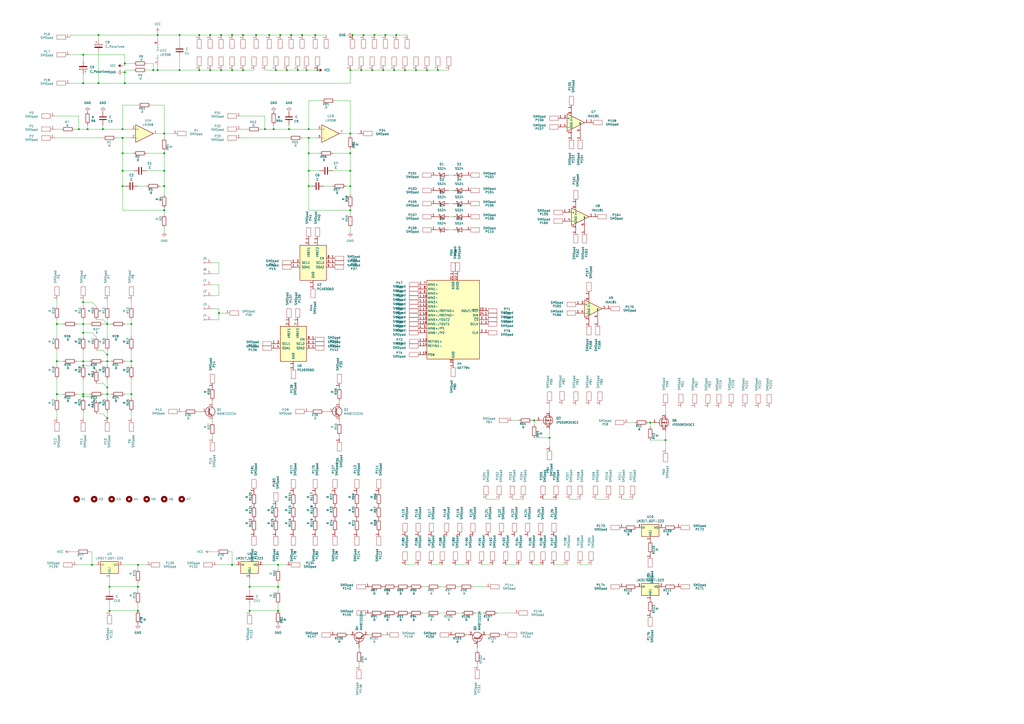
<source format=kicad_sch>
(kicad_sch (version 20231120) (generator "eeschema") (generator_version "8.0")
  (paper "A2")
  (lib_symbols
    (symbol "Amplifier_Current:INA181" (pin_names (offset 0.127))
      (property "Reference" "U" (at 3.81 3.81 0))
      (property "Value" "INA181" (at 3.81 -2.54 0))
      (symbol "INA181_1_1"
        (pin output line (at 7.62 0 180) (length 2.54) (name "~") (number "1"))
        (pin power_in line (at -2.54 -7.62 90) (length 3.81) (name "GND") (number "2"))
        (pin input line (at -7.62 2.54 0) (length 2.54) (name "+") (number "3"))
        (pin input line (at -7.62 -2.54 0) (length 2.54) (name "-") (number "4"))
        (pin input line (at 2.54 -7.62 90) (length 6.35) (name "REF") (number "5"))
        (pin power_in line (at -2.54 7.62 270) (length 3.81) (name "V+") (number "6"))
      )
    )
    (symbol "Amplifier_Operational:LM358" (pin_names (offset 0.127))
      (property "Reference" "U" (at 0 5.08 0))
      (property "Value" "LM358" (at 0 -5.08 0))
      (symbol "LM358_1_1"
        (pin output line (at 7.62 0 180) (length 2.54) (name "~") (number "1"))
        (pin input line (at -7.62 -2.54 0) (length 2.54) (name "-") (number "2"))
        (pin input line (at -7.62 2.54 0) (length 2.54) (name "+") (number "3"))
      )
      (symbol "LM358_2_1"
        (pin input line (at -7.62 2.54 0) (length 2.54) (name "+") (number "5"))
        (pin input line (at -7.62 -2.54 0) (length 2.54) (name "-") (number "6"))
        (pin output line (at 7.62 0 180) (length 2.54) (name "~") (number "7"))
      )
      (symbol "LM358_3_1"
        (pin power_in line (at -2.54 -7.62 90) (length 3.81) (name "V-") (number "4"))
        (pin power_in line (at -2.54 7.62 270) (length 3.81) (name "V+") (number "8"))
      )
    )
    (symbol "Analog_ADC:AD7794"
      (property "Reference" "U" (at -15.24 24.13 0))
      (property "Value" "AD7794" (at 7.62 24.13 0))
      (symbol "AD7794_1_1"
        (pin input line (at 17.78 -2.54 180) (length 2.54) (name "SCLK") (number "1"))
        (pin input line (at -17.78 12.7 0) (length 2.54) (name "AIN2-") (number "10"))
        (pin input line (at -17.78 10.16 0) (length 2.54) (name "AIN3+") (number "11"))
        (pin input line (at -17.78 7.62 0) (length 2.54) (name "AIN3-") (number "12"))
        (pin input line (at -17.78 -12.7 0) (length 2.54) (name "REFIN1+") (number "13"))
        (pin input line (at -17.78 -15.24 0) (length 2.54) (name "REFIN1-") (number "14"))
        (pin input line (at -17.78 0 0) (length 2.54) (name "AIN5+/IOUT2") (number "15"))
        (pin input line (at -17.78 -2.54 0) (length 2.54) (name "AIN5-/IOUT1") (number "16"))
        (pin input line (at -17.78 5.08 0) (length 2.54) (name "AIN4+/REFIN2+") (number "17"))
        (pin input line (at -17.78 2.54 0) (length 2.54) (name "AIN4-/REFIN2-") (number "18"))
        (pin passive line (at -17.78 -20.32 0) (length 2.54) (name "PSW") (number "19"))
        (pin bidirectional line (at 17.78 -7.62 180) (length 2.54) (name "CLK") (number "2"))
        (pin power_in line (at 0 -25.4 90) (length 2.54) (name "GND") (number "20"))
        (pin power_in line (at 0 25.4 270) (length 2.54) (name "AVDD") (number "21"))
        (pin power_in line (at 2.54 25.4 270) (length 2.54) (name "DVDD") (number "22"))
        (pin output line (at 17.78 5.08 180) (length 2.54) (name "DOUT/~{RDY}") (number "23"))
        (pin input line (at 17.78 2.54 180) (length 2.54) (name "DIN") (number "24"))
        (pin input line (at 17.78 0 180) (length 2.54) (name "~{CS}") (number "3"))
        (pin no_connect line (at 15.24 -20.32 180) (length 2.54) hide (name "NC") (number "4"))
        (pin input line (at -17.78 -5.08 0) (length 2.54) (name "AIN6+/P1") (number "5"))
        (pin input line (at -17.78 -7.62 0) (length 2.54) (name "AIN6-/P2") (number "6"))
        (pin input line (at -17.78 20.32 0) (length 2.54) (name "AIN1+") (number "7"))
        (pin input line (at -17.78 17.78 0) (length 2.54) (name "AIN1-") (number "8"))
        (pin input line (at -17.78 15.24 0) (length 2.54) (name "AIN2+") (number "9"))
      )
    )
    (symbol "Connector:Conn_01x01_Socket" (pin_names (offset 1.016) hide)
      (property "Reference" "J" (at 0 2.54 0))
      (property "Value" "Conn_01x01_Socket" (at 0 -2.54 0))
      (symbol "Conn_01x01_Socket_1_1"
        (pin passive line (at -5.08 0 0) (length 3.81) (name "Pin_1") (number "1"))
      )
    )
    (symbol "Device:C" (pin_numbers hide) (pin_names (offset 0.254))
      (property "Reference" "C" (at 0.635 2.54 0))
      (property "Value" "C" (at 0.635 -2.54 0))
      (symbol "C_1_1"
        (pin passive line (at 0 3.81 270) (length 2.794) (name "~") (number "1"))
        (pin passive line (at 0 -3.81 90) (length 2.794) (name "~") (number "2"))
      )
    )
    (symbol "Device:C_Polarized" (pin_numbers hide) (pin_names (offset 0.254))
      (property "Reference" "C" (at 0.635 2.54 0))
      (property "Value" "C_Polarized" (at 0.635 -2.54 0))
      (symbol "C_Polarized_1_1"
        (pin passive line (at 0 3.81 270) (length 2.794) (name "~") (number "1"))
        (pin passive line (at 0 -3.81 90) (length 2.794) (name "~") (number "2"))
      )
    )
    (symbol "Device:R" (pin_numbers hide) (pin_names (offset 0))
      (property "Reference" "R" (at 2.032 0 90))
      (property "Value" "R" (at 0 0 90))
      (symbol "R_1_1"
        (pin passive line (at 0 3.81 270) (length 1.27) (name "~") (number "1"))
        (pin passive line (at 0 -3.81 90) (length 1.27) (name "~") (number "2"))
      )
    )
    (symbol "Diode:SS24" (pin_numbers hide) (pin_names (offset 1.016) hide)
      (property "Reference" "D" (at 0 2.54 0))
      (property "Value" "SS24" (at 0 -2.54 0))
      (symbol "SS24_1_1"
        (pin passive line (at -3.81 0 0) (length 2.54) (name "K") (number "1"))
        (pin passive line (at 3.81 0 180) (length 2.54) (name "A") (number "2"))
      )
    )
    (symbol "Interface:PCA9306D" (pin_names (offset 1.016))
      (property "Reference" "U" (at -7.62 11.43 0))
      (property "Value" "PCA9306D" (at 3.81 11.43 0))
      (symbol "PCA9306D_1_1"
        (pin power_in line (at 0 -12.7 90) (length 2.54) (name "GND") (number "1"))
        (pin power_in line (at -2.54 12.7 270) (length 2.54) (name "VREF1") (number "2"))
        (pin bidirectional line (at -10.16 0 0) (length 2.54) (name "SCL1") (number "3"))
        (pin bidirectional line (at -10.16 -2.54 0) (length 2.54) (name "SDA1") (number "4"))
        (pin bidirectional line (at 10.16 -2.54 180) (length 2.54) (name "SDA2") (number "5"))
        (pin bidirectional line (at 10.16 0 180) (length 2.54) (name "SCL2") (number "6"))
        (pin power_in line (at 2.54 12.7 270) (length 2.54) (name "VREF2") (number "7"))
        (pin input line (at 10.16 2.54 180) (length 2.54) (name "EN") (number "8"))
      )
    )
    (symbol "Mechanical:MountingHole" (pin_names (offset 1.016)) (exclude_from_sim yes) (in_bom no)
      (property "Reference" "H" (at 0 5.08 0))
      (property "Value" "MountingHole" (at 0 3.175 0))
    )
    (symbol "New_Library:SMDpad"
      (property "Reference" "P" (at 0.254 7.62 0))
      (property "Value" "SMDpad" (at 0.254 9.906 0))
      (symbol "SMDpad_1_1"
        (pin unspecified line (at -3.81 0 0) (length 2.54) (name "") (number "1"))
      )
    )
    (symbol "Regulator_Linear:LM317_SOT-223" (pin_names (offset 0.254))
      (property "Reference" "U" (at -3.81 3.175 0))
      (property "Value" "LM317_SOT-223" (at 0 3.175 0))
      (symbol "LM317_SOT-223_1_1"
        (pin input line (at 0 -7.62 90) (length 2.54) (name "ADJ") (number "1"))
        (pin power_out line (at 7.62 0 180) (length 2.54) (name "VO") (number "2"))
        (pin power_in line (at -7.62 0 0) (length 2.54) (name "VI") (number "3"))
      )
    )
    (symbol "Transistor_BJT:MMBT2222A" (pin_names (offset 0) hide)
      (property "Reference" "Q" (at 5.08 1.905 0))
      (property "Value" "MMBT2222A" (at 5.08 0 0))
      (symbol "MMBT2222A_1_1"
        (pin input line (at -5.08 0 0) (length 5.715) (name "B") (number "1"))
        (pin passive line (at 2.54 -5.08 90) (length 2.54) (name "E") (number "2"))
        (pin passive line (at 2.54 5.08 270) (length 2.54) (name "C") (number "3"))
      )
    )
    (symbol "Transistor_FET:IPD50R3K0CE" (pin_names hide)
      (property "Reference" "Q" (at 5.08 1.905 0))
      (property "Value" "IPD50R3K0CE" (at 5.08 0 0))
      (symbol "IPD50R3K0CE_1_1"
        (pin input line (at -5.08 0 0) (length 2.54) (name "G") (number "1"))
        (pin passive line (at 2.54 5.08 270) (length 2.54) (name "D") (number "2"))
        (pin passive line (at 2.54 -5.08 90) (length 2.54) (name "S") (number "3"))
      )
    )
    (symbol "power:GND" (power) (pin_numbers hide) (pin_names (offset 0) hide)
      (property "Value" "GND" (at 0 -3.81 0))
      (symbol "GND_1_1"
        (pin power_in line (at 0 0 270) (length 0) (name "~") (number "1"))
      )
    )
    (symbol "power:VCC" (power) (pin_numbers hide) (pin_names (offset 0) hide)
      (property "Value" "VCC" (at 0 3.556 0))
      (symbol "VCC_1_1"
        (pin power_in line (at 0 0 90) (length 0) (name "~") (number "1"))
      )
    )
    (symbol "power:VEE" (power) (pin_numbers hide) (pin_names (offset 0) hide)
      (property "Value" "VEE" (at 0 3.556 0))
      (symbol "VEE_1_1"
        (pin power_in line (at 0 0 90) (length 0) (name "~") (number "1"))
      )
    )
  )
  (junction (at 134.62 20.32))
  (junction (at 234.95 40.64))
  (junction (at 309.88 243.84))
  (junction (at 140.97 20.32))
  (junction (at 179.07 99.06))
  (junction (at 71.12 99.06))
  (junction (at 161.29 327.66))
  (junction (at 59.69 74.93))
  (junction (at 179.07 74.93))
  (junction (at 115.57 40.64))
  (junction (at 140.97 40.64))
  (junction (at 204.47 20.32))
  (junction (at 127 181.61))
  (junction (at 134.62 327.66))
  (junction (at 128.27 20.32))
  (junction (at 95.25 77.47))
  (junction (at 203.2 88.9))
  (junction (at 63.5 354.33))
  (junction (at 172.72 40.64))
  (junction (at 71.12 80.01))
  (junction (at 48.26 212.09))
  (junction (at 156.21 20.32))
  (junction (at 71.12 107.95))
  (junction (at 95.25 99.06))
  (junction (at 33.02 209.55))
  (junction (at 377.19 245.11))
  (junction (at 57.15 48.26))
  (junction (at 104.14 40.64))
  (junction (at 223.52 20.32))
  (junction (at 182.88 20.32))
  (junction (at 80.01 340.36))
  (junction (at 48.26 187.96))
  (junction (at 179.07 80.01))
  (junction (at 95.25 88.9))
  (junction (at 62.23 205.74))
  (junction (at 247.65 40.64))
  (junction (at 48.26 229.87))
  (junction (at 121.92 40.64))
  (junction (at 222.25 40.64))
  (junction (at 48.26 193.04))
  (junction (at 128.27 40.64))
  (junction (at 203.2 99.06))
  (junction (at 71.12 88.9))
  (junction (at 104.14 20.32))
  (junction (at 144.78 340.36))
  (junction (at 153.67 74.93))
  (junction (at 241.3 40.64))
  (junction (at 217.17 20.32))
  (junction (at 72.39 41.91))
  (junction (at 175.26 20.32))
  (junction (at 80.01 354.33))
  (junction (at 318.77 254))
  (junction (at 161.29 354.33))
  (junction (at 158.75 74.93))
  (junction (at 48.26 48.26))
  (junction (at 166.37 40.64))
  (junction (at 254 40.64))
  (junction (at 184.15 40.64))
  (junction (at 71.12 74.93))
  (junction (at 80.01 327.66))
  (junction (at 48.26 228.6))
  (junction (at 95.25 121.92))
  (junction (at 48.26 175.26))
  (junction (at 144.78 354.33))
  (junction (at 179.07 88.9))
  (junction (at 121.92 20.32))
  (junction (at 76.2 209.55))
  (junction (at 48.26 31.75))
  (junction (at 50.8 74.93))
  (junction (at 62.23 242.57))
  (junction (at 72.39 48.26))
  (junction (at 45.72 74.93))
  (junction (at 209.55 40.64))
  (junction (at 62.23 209.55))
  (junction (at 48.26 209.55))
  (junction (at 33.02 187.96))
  (junction (at 76.2 187.96))
  (junction (at 33.02 228.6))
  (junction (at 215.9 40.64))
  (junction (at 210.82 20.32))
  (junction (at 88.9 40.64))
  (junction (at 63.5 340.36))
  (junction (at 203.2 77.47))
  (junction (at 72.39 36.83))
  (junction (at 91.44 20.32))
  (junction (at 134.62 40.64))
  (junction (at 179.07 107.95))
  (junction (at 162.56 20.32))
  (junction (at 57.15 20.32))
  (junction (at 76.2 228.6))
  (junction (at 62.23 187.96))
  (junction (at 168.91 20.32))
  (junction (at 148.59 20.32))
  (junction (at 177.8 40.64))
  (junction (at 203.2 121.92))
  (junction (at 91.44 40.64))
  (junction (at 53.34 327.66))
  (junction (at 160.02 40.64))
  (junction (at 62.23 224.79))
  (junction (at 62.23 228.6))
  (junction (at 203.2 40.64))
  (junction (at 229.87 20.32))
  (junction (at 95.25 107.95))
  (junction (at 228.6 40.64))
  (junction (at 386.08 255.27))
  (junction (at 161.29 340.36))
  (junction (at 167.64 74.93))
  (junction (at 115.57 20.32))
  (junction (at 203.2 107.95))
  (wire (pts (xy 59.69 240.03) (xy 62.23 242.57)))
  (wire (pts (xy 203.2 77.47) (xy 199.39 77.47)))
  (wire (pts (xy 179.07 80.01) (xy 184.15 80.01)))
  (wire (pts (xy 53.34 327.66) (xy 55.88 327.66)))
  (wire (pts (xy 215.9 40.64) (xy 222.25 40.64)))
  (wire (pts (xy 85.09 40.64) (xy 88.9 40.64)))
  (wire (pts (xy 203.2 48.26) (xy 72.39 48.26)))
  (wire (pts (xy 104.14 33.02) (xy 104.14 40.64)))
  (wire (pts (xy 80.01 342.9) (xy 80.01 340.36)))
  (wire (pts (xy 80.01 327.66) (xy 71.12 327.66)))
  (wire (pts (xy 44.45 209.55) (xy 48.26 209.55)))
  (wire (pts (xy 279.4 327.66) (xy 285.75 327.66)))
  (wire (pts (xy 134.62 20.32) (xy 140.97 20.32)))
  (wire (pts (xy 377.19 245.11) (xy 378.46 245.11)))
  (wire (pts (xy 377.19 255.27) (xy 386.08 255.27)))
  (wire (pts (xy 203.2 121.92) (xy 203.2 120.65)))
  (wire (pts (xy 203.2 58.42) (xy 203.2 77.47)))
  (wire (pts (xy 85.09 88.9) (xy 95.25 88.9)))
  (wire (pts (xy 144.78 335.28) (xy 144.78 340.36)))
  (wire (pts (xy 72.39 31.75) (xy 72.39 36.83)))
  (wire (pts (xy 250.19 327.66) (xy 256.54 327.66)))
  (wire (pts (xy 40.64 20.32) (xy 57.15 20.32)))
  (wire (pts (xy 121.92 320.04) (xy 125.73 320.04)))
  (wire (pts (xy 144.78 350.52) (xy 144.78 354.33)))
  (wire (pts (xy 48.26 228.6) (xy 48.26 229.87)))
  (wire (pts (xy 144.78 340.36) (xy 161.29 340.36)))
  (wire (pts (xy 260.35 133.35) (xy 262.89 133.35)))
  (wire (pts (xy 45.72 74.93) (xy 50.8 74.93)))
  (wire (pts (xy 228.6 40.64) (xy 234.95 40.64)))
  (wire (pts (xy 59.69 209.55) (xy 62.23 209.55)))
  (wire (pts (xy 203.2 124.46) (xy 203.2 121.92)))
  (wire (pts (xy 377.19 245.11) (xy 377.19 247.65)))
  (wire (pts (xy 127 179.07) (xy 127 181.61)))
  (wire (pts (xy 43.18 74.93) (xy 45.72 74.93)))
  (wire (pts (xy 48.26 48.26) (xy 57.15 48.26)))
  (wire (pts (xy 167.64 74.93) (xy 179.07 74.93)))
  (wire (pts (xy 63.5 350.52) (xy 63.5 354.33)))
  (wire (pts (xy 33.02 228.6) (xy 33.02 231.14)))
  (wire (pts (xy 153.67 67.31) (xy 153.67 74.93)))
  (wire (pts (xy 57.15 48.26) (xy 72.39 48.26)))
  (wire (pts (xy 265.43 340.36) (xy 266.7 340.36)))
  (wire (pts (xy 196.85 232.41) (xy 196.85 233.68)))
  (wire (pts (xy 222.25 40.64) (xy 228.6 40.64)))
  (wire (pts (xy 140.97 40.64) (xy 147.32 40.64)))
  (wire (pts (xy 104.14 20.32) (xy 115.57 20.32)))
  (wire (pts (xy 95.25 77.47) (xy 100.33 77.47)))
  (wire (pts (xy 203.2 121.92) (xy 179.07 121.92)))
  (wire (pts (xy 67.31 80.01) (xy 71.12 80.01)))
  (wire (pts (xy 360.68 289.56) (xy 367.03 289.56)))
  (wire (pts (xy 105.41 238.76) (xy 106.68 238.76)))
  (wire (pts (xy 62.23 224.79) (xy 62.23 228.6)))
  (wire (pts (xy 127 152.4) (xy 127 158.75)))
  (wire (pts (xy 209.55 40.64) (xy 215.9 40.64)))
  (wire (pts (xy 80.01 107.95) (xy 85.09 107.95)))
  (wire (pts (xy 182.88 20.32) (xy 189.23 20.32)))
  (wire (pts (xy 55.88 203.2) (xy 59.69 203.2)))
  (wire (pts (xy 255.27 340.36) (xy 257.81 340.36)))
  (wire (pts (xy 179.07 88.9) (xy 179.07 80.01)))
  (wire (pts (xy 201.93 368.3) (xy 203.2 368.3)))
  (wire (pts (xy 276.86 377.19) (xy 276.86 375.92)))
  (wire (pts (xy 57.15 20.32) (xy 57.15 22.86)))
  (wire (pts (xy 214.63 368.3) (xy 213.36 368.3)))
  (wire (pts (xy 80.01 327.66) (xy 85.09 327.66)))
  (wire (pts (xy 127 181.61) (xy 130.81 181.61)))
  (wire (pts (xy 59.69 187.96) (xy 62.23 187.96)))
  (wire (pts (xy 144.78 354.33) (xy 161.29 354.33)))
  (wire (pts (xy 44.45 228.6) (xy 48.26 228.6)))
  (wire (pts (xy 48.26 229.87) (xy 53.34 229.87)))
  (wire (pts (xy 33.02 209.55) (xy 33.02 212.09)))
  (wire (pts (xy 179.07 107.95) (xy 179.07 99.06)))
  (wire (pts (xy 55.88 195.58) (xy 53.34 193.04)))
  (wire (pts (xy 200.66 107.95) (xy 203.2 107.95)))
  (wire (pts (xy 72.39 107.95) (xy 71.12 107.95)))
  (wire (pts (xy 127 158.75) (xy 123.19 158.75)))
  (wire (pts (xy 63.5 354.33) (xy 80.01 354.33)))
  (wire (pts (xy 33.02 209.55) (xy 36.83 209.55)))
  (wire (pts (xy 179.07 121.92) (xy 179.07 107.95)))
  (wire (pts (xy 177.8 40.64) (xy 172.72 40.64)))
  (wire (pts (xy 161.29 354.33) (xy 161.29 350.52)))
  (wire (pts (xy 48.26 43.18) (xy 48.26 48.26)))
  (wire (pts (xy 88.9 36.83) (xy 88.9 40.64)))
  (wire (pts (xy 196.85 254) (xy 196.85 252.73)))
  (wire (pts (xy 63.5 340.36) (xy 63.5 342.9)))
  (wire (pts (xy 134.62 320.04) (xy 134.62 327.66)))
  (wire (pts (xy 151.13 74.93) (xy 153.67 74.93)))
  (wire (pts (xy 161.29 327.66) (xy 166.37 327.66)))
  (wire (pts (xy 123.19 179.07) (xy 127 179.07)))
  (wire (pts (xy 260.35 101.6) (xy 262.89 101.6)))
  (wire (pts (xy 160.02 40.64) (xy 166.37 40.64)))
  (wire (pts (xy 255.27 355.6) (xy 257.81 355.6)))
  (wire (pts (xy 48.26 31.75) (xy 72.39 31.75)))
  (wire (pts (xy 77.47 40.64) (xy 72.39 40.64)))
  (wire (pts (xy 95.25 107.95) (xy 95.25 113.03)))
  (wire (pts (xy 71.12 60.96) (xy 71.12 74.93)))
  (wire (pts (xy 203.2 134.62) (xy 203.2 132.08)))
  (wire (pts (xy 175.26 80.01) (xy 179.07 80.01)))
  (wire (pts (xy 48.26 203.2) (xy 48.26 209.55)))
  (wire (pts (xy 50.8 74.93) (xy 59.69 74.93)))
  (wire (pts (xy 91.44 40.64) (xy 104.14 40.64)))
  (wire (pts (xy 128.27 20.32) (xy 134.62 20.32)))
  (wire (pts (xy 185.42 99.06) (xy 179.07 99.06)))
  (wire (pts (xy 293.37 327.66) (xy 300.99 327.66)))
  (wire (pts (xy 247.65 40.64) (xy 254 40.64)))
  (wire (pts (xy 203.2 78.74) (xy 203.2 77.47)))
  (wire (pts (xy 44.45 187.96) (xy 48.26 187.96)))
  (wire (pts (xy 62.23 228.6) (xy 62.23 231.14)))
  (wire (pts (xy 321.31 327.66) (xy 328.93 327.66)))
  (wire (pts (xy 314.96 289.56) (xy 322.58 289.56)))
  (wire (pts (xy 76.2 203.2) (xy 76.2 209.55)))
  (wire (pts (xy 91.44 40.64) (xy 88.9 40.64)))
  (wire (pts (xy 121.92 40.64) (xy 128.27 40.64)))
  (wire (pts (xy 91.44 22.86) (xy 91.44 20.32)))
  (wire (pts (xy 203.2 40.64) (xy 209.55 40.64)))
  (wire (pts (xy 175.26 20.32) (xy 182.88 20.32)))
  (wire (pts (xy 80.01 330.2) (xy 80.01 327.66)))
  (wire (pts (xy 185.42 88.9) (xy 179.07 88.9)))
  (wire (pts (xy 208.28 386.08) (xy 208.28 384.81)))
  (wire (pts (xy 364.49 245.11) (xy 368.3 245.11)))
  (wire (pts (xy 76.2 185.42) (xy 76.2 187.96)))
  (wire (pts (xy 72.39 209.55) (xy 76.2 209.55)))
  (wire (pts (xy 48.26 175.26) (xy 53.34 175.26)))
  (wire (pts (xy 123.19 245.11) (xy 123.19 243.84)))
  (wire (pts (xy 55.88 222.25) (xy 59.69 222.25)))
  (wire (pts (xy 223.52 368.3) (xy 222.25 368.3)))
  (wire (pts (xy 386.08 250.19) (xy 386.08 255.27)))
  (wire (pts (xy 318.77 234.95) (xy 318.77 238.76)))
  (wire (pts (xy 260.35 125.73) (xy 262.89 125.73)))
  (wire (pts (xy 123.19 232.41) (xy 123.19 233.68)))
  (wire (pts (xy 194.31 58.42) (xy 203.2 58.42)))
  (wire (pts (xy 52.07 320.04) (xy 53.34 320.04)))
  (wire (pts (xy 71.12 88.9) (xy 71.12 80.01)))
  (wire (pts (xy 80.01 354.33) (xy 80.01 350.52)))
  (wire (pts (xy 297.18 243.84) (xy 300.99 243.84)))
  (wire (pts (xy 318.77 254) (xy 318.77 259.08)))
  (wire (pts (xy 288.29 355.6) (xy 298.45 355.6)))
  (wire (pts (xy 162.56 20.32) (xy 168.91 20.32)))
  (wire (pts (xy 309.88 254) (xy 318.77 254)))
  (wire (pts (xy 76.2 187.96) (xy 76.2 195.58)))
  (wire (pts (xy 95.25 60.96) (xy 95.25 77.47)))
  (wire (pts (xy 127 181.61) (xy 127 185.42)))
  (wire (pts (xy 76.2 173.99) (xy 76.2 177.8)))
  (wire (pts (xy 234.95 327.66) (xy 242.57 327.66)))
  (wire (pts (xy 309.88 243.84) (xy 309.88 246.38)))
  (wire (pts (xy 203.2 88.9) (xy 203.2 86.36)))
  (wire (pts (xy 72.39 41.91) (xy 71.12 41.91)))
  (wire (pts (xy 76.2 209.55) (xy 76.2 212.09)))
  (wire (pts (xy 71.12 80.01) (xy 76.2 80.01)))
  (wire (pts (xy 71.12 107.95) (xy 71.12 99.06)))
  (wire (pts (xy 72.39 228.6) (xy 76.2 228.6)))
  (wire (pts (xy 229.87 20.32) (xy 236.22 20.32)))
  (wire (pts (xy 144.78 340.36) (xy 144.78 342.9)))
  (wire (pts (xy 386.08 255.27) (xy 386.08 260.35)))
  (wire (pts (xy 59.69 228.6) (xy 62.23 228.6)))
  (wire (pts (xy 77.47 99.06) (xy 71.12 99.06)))
  (wire (pts (xy 217.17 20.32) (xy 223.52 20.32)))
  (wire (pts (xy 184.15 40.64) (xy 177.8 40.64)))
  (wire (pts (xy 318.77 248.92) (xy 318.77 254)))
  (wire (pts (xy 161.29 327.66) (xy 152.4 327.66)))
  (wire (pts (xy 45.72 67.31) (xy 45.72 74.93)))
  (wire (pts (xy 104.14 25.4) (xy 104.14 20.32)))
  (wire (pts (xy 57.15 20.32) (xy 91.44 20.32)))
  (wire (pts (xy 77.47 88.9) (xy 71.12 88.9)))
  (wire (pts (xy 48.26 173.99) (xy 48.26 175.26)))
  (wire (pts (xy 40.64 48.26) (xy 48.26 48.26)))
  (wire (pts (xy 48.26 228.6) (xy 52.07 228.6)))
  (wire (pts (xy 158.75 74.93) (xy 167.64 74.93)))
  (wire (pts (xy 33.02 228.6) (xy 36.83 228.6)))
  (wire (pts (xy 114.3 238.76) (xy 115.57 238.76)))
  (wire (pts (xy 260.35 110.49) (xy 262.89 110.49)))
  (wire (pts (xy 48.26 219.71) (xy 48.26 228.6)))
  (wire (pts (xy 297.18 289.56) (xy 303.53 289.56)))
  (wire (pts (xy 134.62 40.64) (xy 140.97 40.64)))
  (wire (pts (xy 91.44 40.64) (xy 91.44 38.1)))
  (wire (pts (xy 62.23 228.6) (xy 64.77 228.6)))
  (wire (pts (xy 292.1 368.3) (xy 290.83 368.3)))
  (wire (pts (xy 95.25 80.01) (xy 95.25 77.47)))
  (wire (pts (xy 330.2 289.56) (xy 336.55 289.56)))
  (wire (pts (xy 95.25 121.92) (xy 95.25 120.65)))
  (wire (pts (xy 31.75 74.93) (xy 35.56 74.93)))
  (wire (pts (xy 33.02 203.2) (xy 33.02 209.55)))
  (wire (pts (xy 203.2 40.64) (xy 203.2 48.26)))
  (wire (pts (xy 95.25 99.06) (xy 95.25 88.9)))
  (wire (pts (xy 168.91 20.32) (xy 175.26 20.32)))
  (wire (pts (xy 40.64 31.75) (xy 48.26 31.75)))
  (wire (pts (xy 234.95 40.64) (xy 241.3 40.64)))
  (wire (pts (xy 59.69 185.42) (xy 62.23 187.96)))
  (wire (pts (xy 72.39 40.64) (xy 72.39 41.91)))
  (wire (pts (xy 260.35 118.11) (xy 262.89 118.11)))
  (wire (pts (xy 386.08 236.22) (xy 386.08 240.03)))
  (wire (pts (xy 196.85 245.11) (xy 196.85 243.84)))
  (wire (pts (xy 139.7 80.01) (xy 167.64 80.01)))
  (wire (pts (xy 33.02 187.96) (xy 33.02 195.58)))
  (wire (pts (xy 153.67 74.93) (xy 158.75 74.93)))
  (wire (pts (xy 203.2 107.95) (xy 203.2 99.06)))
  (wire (pts (xy 336.55 327.66) (xy 342.9 327.66)))
  (wire (pts (xy 156.21 20.32) (xy 162.56 20.32)))
  (wire (pts (xy 127 185.42) (xy 123.19 185.42)))
  (wire (pts (xy 308.61 243.84) (xy 309.88 243.84)))
  (wire (pts (xy 123.19 165.1) (xy 127 165.1)))
  (wire (pts (xy 95.25 134.62) (xy 95.25 132.08)))
  (wire (pts (xy 115.57 40.64) (xy 121.92 40.64)))
  (wire (pts (xy 57.15 30.48) (xy 57.15 48.26)))
  (wire (pts (xy 48.26 185.42) (xy 48.26 187.96)))
  (wire (pts (xy 203.2 77.47) (xy 208.28 77.47)))
  (wire (pts (xy 270.51 368.3) (xy 271.78 368.3)))
  (wire (pts (xy 55.88 240.03) (xy 59.69 240.03)))
  (wire (pts (xy 254 40.64) (xy 260.35 40.64)))
  (wire (pts (xy 71.12 38.1) (xy 72.39 38.1)))
  (wire (pts (xy 33.02 242.57) (xy 33.02 238.76)))
  (wire (pts (xy 375.92 245.11) (xy 377.19 245.11)))
  (wire (pts (xy 40.64 20.32) (xy 40.64 21.59)))
  (wire (pts (xy 187.96 107.95) (xy 193.04 107.95)))
  (wire (pts (xy 62.23 187.96) (xy 62.23 195.58)))
  (wire (pts (xy 167.64 72.39) (xy 167.64 74.93)))
  (wire (pts (xy 180.34 107.95) (xy 179.07 107.95)))
  (wire (pts (xy 76.2 219.71) (xy 76.2 228.6)))
  (wire (pts (xy 76.2 228.6) (xy 76.2 231.14)))
  (wire (pts (xy 134.62 327.66) (xy 137.16 327.66)))
  (wire (pts (xy 128.27 40.64) (xy 134.62 40.64)))
  (wire (pts (xy 71.12 99.06) (xy 71.12 88.9)))
  (wire (pts (xy 95.25 121.92) (xy 71.12 121.92)))
  (wire (pts (xy 48.26 209.55) (xy 52.07 209.55)))
  (wire (pts (xy 55.88 232.41) (xy 53.34 229.87)))
  (wire (pts (xy 115.57 20.32) (xy 121.92 20.32)))
  (wire (pts (xy 153.67 40.64) (xy 160.02 40.64)))
  (wire (pts (xy 63.5 340.36) (xy 80.01 340.36)))
  (wire (pts (xy 127 165.1) (xy 127 171.45)))
  (wire (pts (xy 44.45 327.66) (xy 53.34 327.66)))
  (wire (pts (xy 72.39 36.83) (xy 72.39 38.1)))
  (wire (pts (xy 140.97 20.32) (xy 148.59 20.32)))
  (wire (pts (xy 161.29 330.2) (xy 161.29 327.66)))
  (wire (pts (xy 62.23 173.99) (xy 62.23 177.8)))
  (wire (pts (xy 203.2 107.95) (xy 203.2 113.03)))
  (wire (pts (xy 40.64 320.04) (xy 44.45 320.04)))
  (wire (pts (xy 139.7 74.93) (xy 143.51 74.93)))
  (wire (pts (xy 33.02 185.42) (xy 33.02 187.96)))
  (wire (pts (xy 127 171.45) (xy 123.19 171.45)))
  (wire (pts (xy 59.69 222.25) (xy 62.23 224.79)))
  (wire (pts (xy 179.07 238.76) (xy 180.34 238.76)))
  (wire (pts (xy 62.23 205.74) (xy 62.23 209.55)))
  (wire (pts (xy 72.39 36.83) (xy 77.47 36.83)))
  (wire (pts (xy 186.69 58.42) (xy 179.07 58.42)))
  (wire (pts (xy 95.25 88.9) (xy 95.25 87.63)))
  (wire (pts (xy 276.86 386.08) (xy 276.86 384.81)))
  (wire (pts (xy 139.7 67.31) (xy 153.67 67.31)))
  (wire (pts (xy 104.14 40.64) (xy 115.57 40.64)))
  (wire (pts (xy 31.75 67.31) (xy 45.72 67.31)))
  (wire (pts (xy 95.25 107.95) (xy 95.25 99.06)))
  (wire (pts (xy 245.11 340.36) (xy 247.65 340.36)))
  (wire (pts (xy 48.26 31.75) (xy 48.26 35.56)))
  (wire (pts (xy 203.2 99.06) (xy 203.2 88.9)))
  (wire (pts (xy 193.04 99.06) (xy 203.2 99.06)))
  (wire (pts (xy 48.26 229.87) (xy 48.26 231.14)))
  (wire (pts (xy 193.04 88.9) (xy 203.2 88.9)))
  (wire (pts (xy 161.29 340.36) (xy 161.29 337.82)))
  (wire (pts (xy 241.3 40.64) (xy 247.65 40.64)))
  (wire (pts (xy 95.25 124.46) (xy 95.25 121.92)))
  (wire (pts (xy 62.23 187.96) (xy 64.77 187.96)))
  (wire (pts (xy 148.59 20.32) (xy 156.21 20.32)))
  (wire (pts (xy 72.39 48.26) (xy 72.39 41.91)))
  (wire (pts (xy 92.71 107.95) (xy 95.25 107.95)))
  (wire (pts (xy 50.8 72.39) (xy 50.8 74.93)))
  (wire (pts (xy 55.88 214.63) (xy 53.34 212.09)))
  (wire (pts (xy 62.23 219.71) (xy 62.23 224.79)))
  (wire (pts (xy 275.59 355.6) (xy 280.67 355.6)))
  (wire (pts (xy 133.35 320.04) (xy 134.62 320.04)))
  (wire (pts (xy 48.26 175.26) (xy 48.26 177.8)))
  (wire (pts (xy 125.73 327.66) (xy 134.62 327.66)))
  (wire (pts (xy 158.75 72.39) (xy 158.75 74.93)))
  (wire (pts (xy 31.75 80.01) (xy 59.69 80.01)))
  (wire (pts (xy 62.23 185.42) (xy 62.23 187.96)))
  (wire (pts (xy 59.69 203.2) (xy 62.23 205.74)))
  (wire (pts (xy 161.29 342.9) (xy 161.29 340.36)))
  (wire (pts (xy 283.21 368.3) (xy 281.94 368.3)))
  (wire (pts (xy 85.09 99.06) (xy 95.25 99.06)))
  (wire (pts (xy 80.01 60.96) (xy 71.12 60.96)))
  (wire (pts (xy 80.01 340.36) (xy 80.01 337.82)))
  (wire (pts (xy 223.52 20.32) (xy 229.87 20.32)))
  (wire (pts (xy 62.23 203.2) (xy 62.23 205.74)))
  (wire (pts (xy 33.02 173.99) (xy 33.02 177.8)))
  (wire (pts (xy 87.63 60.96) (xy 95.25 60.96)))
  (wire (pts (xy 48.26 187.96) (xy 48.26 193.04)))
  (wire (pts (xy 210.82 20.32) (xy 217.17 20.32)))
  (wire (pts (xy 91.44 20.32) (xy 104.14 20.32)))
  (wire (pts (xy 48.26 209.55) (xy 48.26 212.09)))
  (wire (pts (xy 59.69 72.39) (xy 59.69 74.93)))
  (wire (pts (xy 48.26 212.09) (xy 53.34 212.09)))
  (wire (pts (xy 76.2 242.57) (xy 76.2 238.76)))
  (wire (pts (xy 308.61 327.66) (xy 314.96 327.66)))
  (wire (pts (xy 204.47 20.32) (xy 210.82 20.32)))
  (wire (pts (xy 71.12 74.93) (xy 76.2 74.93)))
  (wire (pts (xy 48.26 193.04) (xy 53.34 193.04)))
  (wire (pts (xy 48.26 187.96) (xy 52.07 187.96)))
  (wire (pts (xy 179.07 58.42) (xy 179.07 74.93)))
  (wire (pts (xy 274.32 340.36) (xy 281.94 340.36)))
  (wire (pts (xy 179.07 74.93) (xy 184.15 74.93)))
  (wire (pts (xy 95.25 77.47) (xy 91.44 77.47)))
  (wire (pts (xy 62.23 209.55) (xy 64.77 209.55)))
  (wire (pts (xy 62.23 209.55) (xy 62.23 212.09)))
  (wire (pts (xy 33.02 219.71) (xy 33.02 228.6)))
  (wire (pts (xy 264.16 327.66) (xy 271.78 327.66)))
  (wire (pts (xy 91.44 20.32) (xy 91.44 19.05)))
  (wire (pts (xy 48.26 193.04) (xy 48.26 195.58)))
  (wire (pts (xy 62.23 242.57) (xy 62.23 238.76)))
  (wire (pts (xy 72.39 187.96) (xy 76.2 187.96)))
  (wire (pts (xy 121.92 20.32) (xy 128.27 20.32)))
  (wire (pts (xy 187.96 238.76) (xy 189.23 238.76)))
  (wire (pts (xy 55.88 177.8) (xy 53.34 175.26)))
  (wire (pts (xy 265.43 355.6) (xy 267.97 355.6)))
  (wire (pts (xy 123.19 152.4) (xy 127 152.4)))
  (wire (pts (xy 245.11 355.6) (xy 247.65 355.6)))
  (wire (pts (xy 71.12 121.92) (xy 71.12 107.95)))
  (wire (pts (xy 88.9 36.83) (xy 85.09 36.83)))
  (wire (pts (xy 345.44 289.56) (xy 353.06 289.56)))
  (wire (pts (xy 33.02 187.96) (xy 36.83 187.96)))
  (wire (pts (xy 179.07 99.06) (xy 179.07 88.9)))
  (wire (pts (xy 59.69 74.93) (xy 71.12 74.93)))
  (wire (pts (xy 166.37 40.64) (xy 172.72 40.64)))
  (wire (pts (xy 53.34 320.04) (xy 53.34 327.66)))
  (wire (pts (xy 309.88 243.84) (xy 311.15 243.84)))
  (wire (pts (xy 48.26 242.57) (xy 48.26 238.76)))
  (wire (pts (xy 63.5 335.28) (xy 63.5 340.36)))
  (wire (pts (xy 123.19 254) (xy 123.19 252.73)))
  (wire (pts (xy 208.28 377.19) (xy 208.28 375.92)))
  (wire (pts (xy 55.88 185.42) (xy 59.69 185.42)))
  (wire (pts (xy 281.94 289.56) (xy 289.56 289.56)))
  (symbol (lib_id "New_Library:SMDpad") (at 298.45 307.34 270) (mirror x) (unit 1)
    (property "Reference" "P123" (at 297.434 297.688 0))
    (property "Value" "SMDpad" (at 299.466 297.688 0))
    (property "Footprint" "Library:SMDpad_2x1.2mm" (effects (hide yes)))
  )
  (symbol (lib_id "Device:R") (at 377.19 351.79 180) (unit 1)
    (property "Reference" "R113" (at 379.222 353.314 90))
    (property "Value" "R" (at 381.254 353.06 90))
    (property "Footprint" "Resistor_SMD:R_1206_3216Metric_Pad1.30x1.75mm_HandSolder" (effects (hide yes)))
    (property "Description" "Resistor" (effects (hide yes)))
  )
  (symbol (lib_id "New_Library:SMDpad") (at 236.22 24.13 270) (unit 1)
    (property "Reference" "P227" (effects (hide yes)))
    (property "Value" "SMDpad" (effects (hide yes)))
    (property "Footprint" "Library:SMDpad_4x2.5mm" (effects (hide yes)))
  )
  (symbol (lib_id "New_Library:SMDpad") (at 274.32 118.11 0) (unit 1)
    (property "Reference" "P106" (at 283.972 119.126 0))
    (property "Value" "SMDpad" (at 283.972 117.094 0))
    (property "Footprint" "Library:SMDpad_2x1.2mm" (effects (hide yes)))
  )
  (symbol (lib_id "power:GND") (at 71.12 41.91 270) (unit 1)
    (property "Reference" "#PWR06" (effects (hide yes)))
    (property "Value" "GND" (at 67.31 41.9099 90) (effects (justify right)))
    (property "Description" "Power symbol creates a global label with name \"GND\" , ground" (effects (hide yes)))
  )
  (symbol (lib_id "Device:R") (at 147.32 304.8 0) (unit 1)
    (property "Reference" "R122" (at 145.288 303.276 90))
    (property "Value" "R" (at 143.256 303.53 90))
    (property "Footprint" "Resistor_SMD:R_1206_3216Metric_Pad1.30x1.75mm_HandSolder" (effects (hide yes)))
    (property "Description" "Resistor" (effects (hide yes)))
  )
  (symbol (lib_id "New_Library:SMDpad") (at 195.58 152.4 0) (unit 1)
    (property "Reference" "P38" (at 205.232 153.416 0))
    (property "Value" "SMDpad" (at 205.232 151.384 0))
    (property "Footprint" "Library:SMDpad_2x1.2mm" (effects (hide yes)))
  )
  (symbol (lib_id "New_Library:SMDpad") (at 341.63 190.5 90) (mirror x) (unit 1)
    (property "Reference" "P168" (at 342.646 200.152 0))
    (property "Value" "SMDpad" (at 340.614 200.152 0))
    (property "Footprint" "Library:SMDpad_2x1.2mm" (effects (hide yes)))
  )
  (symbol (lib_id "Device:R") (at 251.46 355.6 90) (unit 1)
    (property "Reference" "R96" (at 249.936 357.632 90))
    (property "Value" "R" (at 250.19 359.664 90))
    (property "Footprint" "Resistor_SMD:R_1206_3216Metric_Pad1.30x1.75mm_HandSolder" (effects (hide yes)))
    (property "Description" "Resistor" (effects (hide yes)))
  )
  (symbol (lib_id "New_Library:SMDpad") (at 115.57 36.83 90) (unit 1)
    (property "Reference" "P24" (effects (hide yes)))
    (property "Value" "SMDpad" (effects (hide yes)))
    (property "Footprint" "Library:SMDpad_4x2.5mm" (effects (hide yes)))
  )
  (symbol (lib_id "Device:R") (at 194.31 304.8 0) (unit 1)
    (property "Reference" "R74" (at 192.278 303.276 90))
    (property "Value" "R" (at 190.246 303.53 90))
    (property "Footprint" "Resistor_SMD:R_1206_3216Metric_Pad1.30x1.75mm_HandSolder" (effects (hide yes)))
    (property "Description" "Resistor" (effects (hide yes)))
  )
  (symbol (lib_id "Amplifier_Current:INA181") (at 334.01 71.12 0) (unit 1)
    (property "Reference" "U7" (at 344.17 64.8014 0))
    (property "Value" "INA181" (at 344.17 67.3414 0))
    (property "Footprint" "Package_TO_SOT_SMD:SOT-23-6" (effects (hide yes)))
    (property "Datasheet" "http://www.ti.com/lit/ds/symlink/ina181.pdf" (effects (hide yes)))
    (property "Description" "Bidirectional, Low- and High-Side Voltage Output, Current-Sense Amplifier, SOT-23-6" (effects (hide yes)))
  )
  (symbol (lib_id "New_Library:SMDpad") (at 134.62 36.83 90) (unit 1)
    (property "Reference" "P27" (effects (hide yes)))
    (property "Value" "SMDpad" (effects (hide yes)))
    (property "Footprint" "Library:SMDpad_4x2.5mm" (effects (hide yes)))
  )
  (symbol (lib_id "New_Library:SMDpad") (at 300.99 323.85 270) (mirror x) (unit 1)
    (property "Reference" "P194" (at 299.974 314.198 0))
    (property "Value" "SMDpad" (at 302.006 314.198 0))
    (property "Footprint" "Library:SMDpad_2x1.2mm" (effects (hide yes)))
  )
  (symbol (lib_id "power:VCC") (at 40.64 320.04 90) (unit 1)
    (property "Reference" "#PWR011" (effects (hide yes)))
    (property "Value" "VCC" (at 36.83 320.0399 90) (effects (justify left)))
    (property "Description" "Power symbol creates a global label with name \"VCC\"" (effects (hide yes)))
  )
  (symbol (lib_id "Device:R") (at 207.01 304.8 0) (unit 1)
    (property "Reference" "R71" (at 204.978 303.276 90))
    (property "Value" "R" (at 202.946 303.53 90))
    (property "Footprint" "Resistor_SMD:R_1206_3216Metric_Pad1.30x1.75mm_HandSolder" (effects (hide yes)))
    (property "Description" "Resistor" (effects (hide yes)))
  )
  (symbol (lib_id "New_Library:SMDpad") (at 332.74 176.53 0) (mirror y) (unit 1)
    (property "Reference" "P165" (at 323.088 177.546 0))
    (property "Value" "SMDpad" (at 323.088 175.514 0))
    (property "Footprint" "Library:SMDpad_2x1.2mm" (effects (hide yes)))
  )
  (symbol (lib_id "New_Library:SMDpad") (at 234.95 307.34 270) (mirror x) (unit 1)
    (property "Reference" "P115" (at 233.934 297.688 0))
    (property "Value" "SMDpad" (at 235.966 297.688 0))
    (property "Footprint" "Library:SMDpad_2x1.2mm" (effects (hide yes)))
  )
  (symbol (lib_id "New_Library:SMDpad") (at 360.68 245.11 0) (mirror y) (unit 1)
    (property "Reference" "P58" (at 351.028 246.126 0))
    (property "Value" "SMDpad" (at 351.028 244.094 0))
    (property "Footprint" "Library:SMDpad_2x1.2mm" (effects (hide yes)))
  )
  (symbol (lib_id "New_Library:SMDpad") (at 336.55 285.75 270) (mirror x) (unit 1)
    (property "Reference" "P208" (at 335.534 276.098 0))
    (property "Value" "SMDpad" (at 337.566 276.098 0))
    (property "Footprint" "Library:SMDpad_2x1.2mm" (effects (hide yes)))
  )
  (symbol (lib_id "New_Library:SMDpad") (at 241.3 180.34 180) (unit 1)
    (property "Reference" "P56" (at 231.648 179.324 0))
    (property "Value" "SMDpad" (at 231.648 181.356 0))
    (property "Footprint" "Library:SMDpad_2x1.2mm" (effects (hide yes)))
  )
  (symbol (lib_id "New_Library:SMDpad") (at 424.18 232.41 90) (unit 1)
    (property "Reference" "P220" (at 425.196 222.758 0))
    (property "Value" "SMDpad" (at 423.164 222.758 0))
    (property "Footprint" "Library:SMDpad_4x2.5mm" (effects (hide yes)))
  )
  (symbol (lib_id "Device:R") (at 48.26 320.04 90) (unit 1)
    (property "Reference" "R77" (at 46.736 322.072 90))
    (property "Value" "R" (at 46.99 324.104 90))
    (property "Footprint" "Resistor_SMD:R_1206_3216Metric_Pad1.30x1.75mm_HandSolder" (effects (hide yes)))
    (property "Description" "Resistor" (effects (hide yes)))
  )
  (symbol (lib_id "Device:R") (at 55.88 218.44 0) (unit 1)
    (property "Reference" "R62" (at 53.848 216.916 90))
    (property "Value" "R" (at 51.816 217.17 90))
    (property "Footprint" "Resistor_SMD:R_1206_3216Metric_Pad1.30x1.75mm_HandSolder" (effects (hide yes)))
    (property "Description" "Resistor" (effects (hide yes)))
  )
  (symbol (lib_id "Device:R") (at 50.8 68.58 180) (unit 1)
    (property "Reference" "R6" (at 54.102 70.104 0))
    (property "Value" "R" (at 53.848 68.072 0))
    (property "Footprint" "Resistor_SMD:R_1206_3216Metric_Pad1.30x1.75mm_HandSolder" (effects (hide yes)))
    (property "Description" "Resistor" (effects (hide yes)))
  )
  (symbol (lib_id "New_Library:SMDpad") (at 170.18 215.9 270) (unit 1)
    (property "Reference" "P138" (at 169.164 225.552 0))
    (property "Value" "SMDpad" (at 171.196 225.552 0))
    (property "Footprint" "Library:SMDpad_2x1.2mm" (effects (hide yes)))
  )
  (symbol (lib_id "New_Library:SMDpad") (at 248.92 125.73 180) (unit 1)
    (property "Reference" "P107" (at 239.268 124.714 0))
    (property "Value" "SMDpad" (at 239.268 126.746 0))
    (property "Footprint" "Library:SMDpad_2x1.2mm" (effects (hide yes)))
  )
  (symbol (lib_id "New_Library:SMDpad") (at 353.06 285.75 270) (mirror x) (unit 1)
    (property "Reference" "P210" (at 352.044 276.098 0))
    (property "Value" "SMDpad" (at 354.076 276.098 0))
    (property "Footprint" "Library:SMDpad_2x1.2mm" (effects (hide yes)))
  )
  (symbol (lib_id "Device:R") (at 266.7 368.3 90) (unit 1)
    (property "Reference" "R103" (at 265.176 370.332 90))
    (property "Value" "R" (at 265.43 372.364 90))
    (property "Footprint" "Resistor_SMD:R_1206_3216Metric_Pad1.30x1.75mm_HandSolder" (effects (hide yes)))
    (property "Description" "Resistor" (effects (hide yes)))
  )
  (symbol (lib_id "New_Library:SMDpad") (at 336.55 323.85 270) (mirror x) (unit 1)
    (property "Reference" "P199" (at 335.534 314.198 0))
    (property "Value" "SMDpad" (at 337.566 314.198 0))
    (property "Footprint" "Library:SMDpad_2x1.2mm" (effects (hide yes)))
  )
  (symbol (lib_id "Diode:SS24") (at 266.7 101.6 0) (unit 1)
    (property "Reference" "D2" (at 266.3825 95.25 0))
    (property "Value" "SS24" (at 266.3825 97.79 0))
    (property "Footprint" "Diode_SMD:D_SMA" (effects (hide yes)))
    (property "Datasheet" "https://www.vishay.com/docs/88748/ss22.pdf" (effects (hide yes)))
    (property "Description" "40V 2A Schottky Diode, SMA" (effects (hide yes)))
  )
  (symbol (lib_id "New_Library:SMDpad") (at 347.98 125.73 0) (mirror x) (unit 1)
    (property "Reference" "P164" (at 357.632 124.714 0))
    (property "Value" "SMDpad" (at 357.632 126.746 0))
    (property "Footprint" "Library:SMDpad_2x1.2mm" (effects (hide yes)))
  )
  (symbol (lib_id "New_Library:SMDpad") (at 121.92 327.66 0) (mirror y) (unit 1)
    (property "Reference" "P132" (at 112.268 328.676 0))
    (property "Value" "SMDpad" (at 112.268 326.644 0))
    (property "Footprint" "Library:SMDpad_2x1.2mm" (effects (hide yes)))
  )
  (symbol (lib_id "Device:R") (at 261.62 340.36 90) (unit 1)
    (property "Reference" "R97" (at 260.096 342.392 90))
    (property "Value" "R" (at 260.35 344.424 90))
    (property "Footprint" "Resistor_SMD:R_1206_3216Metric_Pad1.30x1.75mm_HandSolder" (effects (hide yes)))
    (property "Description" "Resistor" (effects (hide yes)))
  )
  (symbol (lib_id "New_Library:SMDpad") (at 36.83 21.59 180) (unit 1)
    (property "Reference" "P16" (at 27.178 19.812 0))
    (property "Value" "SMDpad" (at 27.178 21.844 0))
    (property "Footprint" "Library:SMDpad_4x2.5mm" (effects (hide yes)))
  )
  (symbol (lib_id "New_Library:SMDpad") (at 241.3 36.83 90) (unit 1)
    (property "Reference" "P89" (effects (hide yes)))
    (property "Value" "SMDpad" (effects (hide yes)))
    (property "Footprint" "Library:SMDpad_4x2.5mm" (effects (hide yes)))
  )
  (symbol (lib_id "New_Library:SMDpad") (at 128.27 24.13 270) (unit 1)
    (property "Reference" "P21" (effects (hide yes)))
    (property "Value" "SMDpad" (effects (hide yes)))
    (property "Footprint" "Library:SMDpad_4x2.5mm" (effects (hide yes)))
  )
  (symbol (lib_id "New_Library:SMDpad") (at 285.75 323.85 270) (mirror x) (unit 1)
    (property "Reference" "P192" (at 284.734 314.198 0))
    (property "Value" "SMDpad" (at 286.766 314.198 0))
    (property "Footprint" "Library:SMDpad_2x1.2mm" (effects (hide yes)))
  )
  (symbol (lib_id "Device:R") (at 198.12 368.3 90) (unit 1)
    (property "Reference" "R100" (at 196.596 370.332 90))
    (property "Value" "R" (at 196.85 372.364 90))
    (property "Footprint" "Resistor_SMD:R_1206_3216Metric_Pad1.30x1.75mm_HandSolder" (effects (hide yes)))
    (property "Description" "Resistor" (effects (hide yes)))
  )
  (symbol (lib_id "power:GND") (at 59.69 64.77 180) (unit 1)
    (property "Reference" "#PWR03" (effects (hide yes)))
    (property "Value" "GND" (at 59.69 59.69 0))
    (property "Description" "Power symbol creates a global label with name \"GND\" , ground" (effects (hide yes)))
  )
  (symbol (lib_id "New_Library:SMDpad") (at 194.31 281.94 270) (mirror x) (unit 1)
    (property "Reference" "P127" (at 193.294 272.288 0))
    (property "Value" "SMDpad" (at 195.326 272.288 0))
    (property "Footprint" "Library:SMDpad_2x1.2mm" (effects (hide yes)))
  )
  (symbol (lib_id "New_Library:SMDpad") (at 175.26 238.76 180) (unit 1)
    (property "Reference" "P29" (at 165.608 237.744 0))
    (property "Value" "SMDpad" (at 165.608 239.776 0))
    (property "Footprint" "Library:SMDpad_4x2.5mm" (effects (hide yes)))
  )
  (symbol (lib_id "New_Library:SMDpad") (at 377.19 359.41 270) (unit 1)
    (property "Reference" "P176" (at 376.174 369.062 0))
    (property "Value" "SMDpad" (at 378.206 369.062 0))
    (property "Footprint" "Library:SMDpad_2x1.2mm" (effects (hide yes)))
  )
  (symbol (lib_id "New_Library:SMDpad") (at 184.15 196.85 0) (unit 1)
    (property "Reference" "P140" (at 193.802 197.866 0))
    (property "Value" "SMDpad" (at 193.802 195.834 0))
    (property "Footprint" "Library:SMDpad_2x1.2mm" (effects (hide yes)))
  )
  (symbol (lib_id "New_Library:SMDpad") (at 194.31 312.42 90) (mirror x) (unit 1)
    (property "Reference" "P128" (at 195.326 322.072 0))
    (property "Value" "SMDpad" (at 193.294 322.072 0))
    (property "Footprint" "Library:SMDpad_2x1.2mm" (effects (hide yes)))
  )
  (symbol (lib_id "Device:R") (at 48.26 215.9 0) (unit 1)
    (property "Reference" "R19" (at 46.228 214.376 90))
    (property "Value" "R" (at 44.196 214.63 90))
    (property "Footprint" "Resistor_SMD:R_1206_3216Metric_Pad1.30x1.75mm_HandSolder" (effects (hide yes)))
    (property "Description" "Resistor" (effects (hide yes)))
  )
  (symbol (lib_id "Device:R") (at 55.88 209.55 90) (unit 1)
    (property "Reference" "R30" (at 54.356 211.582 90))
    (property "Value" "R" (at 54.61 213.614 90))
    (property "Footprint" "Resistor_SMD:R_1206_3216Metric_Pad1.30x1.75mm_HandSolder" (effects (hide yes)))
    (property "Description" "Resistor" (effects (hide yes)))
  )
  (symbol (lib_id "New_Library:SMDpad") (at 147.32 281.94 270) (mirror x) (unit 1)
    (property "Reference" "P181" (at 146.304 272.288 0))
    (property "Value" "SMDpad" (at 148.336 272.288 0))
    (property "Footprint" "Library:SMDpad_2x1.2mm" (effects (hide yes)))
  )
  (symbol (lib_id "New_Library:SMDpad") (at 266.7 307.34 270) (mirror x) (unit 1)
    (property "Reference" "P119" (at 265.684 297.688 0))
    (property "Value" "SMDpad" (at 267.716 297.688 0))
    (property "Footprint" "Library:SMDpad_2x1.2mm" (effects (hide yes)))
  )
  (symbol (lib_id "New_Library:SMDpad") (at 262.89 156.21 270) (mirror x) (unit 1)
    (property "Reference" "P65" (at 261.874 146.558 0))
    (property "Value" "SMDpad" (at 263.906 146.558 0))
    (property "Footprint" "Library:SMDpad_2x1.2mm" (effects (hide yes)))
  )
  (symbol (lib_id "Device:R") (at 76.2 215.9 0) (unit 1)
    (property "Reference" "R21" (at 74.168 214.376 90))
    (property "Value" "R" (at 72.136 214.63 90))
    (property "Footprint" "Resistor_SMD:R_1206_3216Metric_Pad1.30x1.75mm_HandSolder" (effects (hide yes)))
    (property "Description" "Resistor" (effects (hide yes)))
  )
  (symbol (lib_id "New_Library:SMDpad") (at 210.82 24.13 270) (unit 1)
    (property "Reference" "P217" (effects (hide yes)))
    (property "Value" "SMDpad" (effects (hide yes)))
    (property "Footprint" "Library:SMDpad_4x2.5mm" (effects (hide yes)))
  )
  (symbol (lib_id "Amplifier_Operational:LM358") (at 83.82 77.47 0) (unit 1)
    (property "Reference" "U1" (at 85.852 69.85 0))
    (property "Value" "LM358" (at 85.852 72.39 0))
    (property "Footprint" "Package_SO:SOIC-8_3.9x4.9mm_P1.27mm" (effects (hide yes)))
    (property "Datasheet" "http://www.ti.com/lit/ds/symlink/lm2904-n.pdf" (effects (hide yes)))
    (property "Description" "Low-Power, Dual Operational Amplifiers, DIP-8/SOIC-8/TO-99-8" (effects (hide yes)))
  )
  (symbol (lib_id "Device:R") (at 271.78 355.6 90) (unit 1)
    (property "Reference" "R106" (at 270.256 357.632 90))
    (property "Value" "R" (at 270.51 359.664 90))
    (property "Footprint" "Resistor_SMD:R_1206_3216Metric_Pad1.30x1.75mm_HandSolder" (effects (hide yes)))
    (property "Description" "Resistor" (effects (hide yes)))
  )
  (symbol (lib_id "New_Library:SMDpad") (at 36.83 48.26 180) (unit 1)
    (property "Reference" "P18" (at 27.178 46.482 0))
    (property "Value" "SMDpad" (at 27.178 48.514 0))
    (property "Footprint" "Library:SMDpad_4x2.5mm" (effects (hide yes)))
  )
  (symbol (lib_id "New_Library:SMDpad") (at 250.19 307.34 270) (mirror x) (unit 1)
    (property "Reference" "P117" (at 249.174 297.688 0))
    (property "Value" "SMDpad" (at 251.206 297.688 0))
    (property "Footprint" "Library:SMDpad_2x1.2mm" (effects (hide yes)))
  )
  (symbol (lib_id "Device:R") (at 95.25 83.82 180) (unit 1)
    (property "Reference" "R84" (at 97.282 85.344 90))
    (property "Value" "R" (at 99.314 85.09 90))
    (property "Footprint" "Resistor_SMD:R_1206_3216Metric_Pad1.30x1.75mm_HandSolder" (effects (hide yes)))
    (property "Description" "Resistor" (effects (hide yes)))
  )
  (symbol (lib_id "Device:R") (at 196.85 228.6 0) (unit 1)
    (property "Reference" "R39" (at 194.818 227.076 90))
    (property "Value" "R" (at 192.786 227.33 90))
    (property "Footprint" "Resistor_SMD:R_1206_3216Metric_Pad1.30x1.75mm_HandSolder" (effects (hide yes)))
    (property "Description" "Resistor" (effects (hide yes)))
  )
  (symbol (lib_id "Device:R") (at 219.71 289.56 0) (unit 1)
    (property "Reference" "R66" (at 217.678 288.036 90))
    (property "Value" "R" (at 215.646 288.29 90))
    (property "Footprint" "Resistor_SMD:R_1206_3216Metric_Pad1.30x1.75mm_HandSolder" (effects (hide yes)))
    (property "Description" "Resistor" (effects (hide yes)))
  )
  (symbol (lib_id "New_Library:SMDpad") (at 241.3 170.18 180) (unit 1)
    (property "Reference" "P45" (at 231.648 169.164 0))
    (property "Value" "SMDpad" (at 231.648 171.196 0))
    (property "Footprint" "Library:SMDpad_2x1.2mm" (effects (hide yes)))
  )
  (symbol (lib_id "Device:R") (at 123.19 248.92 0) (unit 1)
    (property "Reference" "R37" (at 121.158 247.396 90))
    (property "Value" "R" (at 119.126 247.65 90))
    (property "Footprint" "Resistor_SMD:R_1206_3216Metric_Pad1.30x1.75mm_HandSolder" (effects (hide yes)))
    (property "Description" "Resistor" (effects (hide yes)))
  )
  (symbol (lib_id "Device:R") (at 161.29 346.71 0) (unit 1)
    (property "Reference" "R81" (at 159.258 345.186 90))
    (property "Value" "R" (at 157.226 345.44 90))
    (property "Footprint" "Resistor_SMD:R_1206_3216Metric_Pad1.30x1.75mm_HandSolder" (effects (hide yes)))
    (property "Description" "Resistor" (effects (hide yes)))
  )
  (symbol (lib_id "Device:R") (at 377.19 251.46 180) (unit 1)
    (property "Reference" "R42" (at 379.222 252.984 90))
    (property "Value" "R" (at 381.254 252.73 90))
    (property "Footprint" "Resistor_SMD:R_1206_3216Metric_Pad1.30x1.75mm_HandSolder" (effects (hide yes)))
    (property "Description" "Resistor" (effects (hide yes)))
  )
  (symbol (lib_id "Diode:SS24") (at 256.54 101.6 0) (unit 1)
    (property "Reference" "D1" (at 256.2225 95.25 0))
    (property "Value" "SS24" (at 256.2225 97.79 0))
    (property "Footprint" "Diode_SMD:D_SMA" (effects (hide yes)))
    (property "Datasheet" "https://www.vishay.com/docs/88748/ss22.pdf" (effects (hide yes)))
    (property "Description" "40V 2A Schottky Diode, SMA" (effects (hide yes)))
  )
  (symbol (lib_id "Device:R") (at 81.28 88.9 90) (unit 1)
    (property "Reference" "R2" (at 79.756 90.932 90))
    (property "Value" "R" (at 80.01 92.964 90))
    (property "Footprint" "Resistor_SMD:R_1206_3216Metric_Pad1.30x1.75mm_HandSolder" (effects (hide yes)))
    (property "Description" "Resistor" (effects (hide yes)))
  )
  (symbol (lib_id "Device:R") (at 95.25 116.84 0) (unit 1)
    (property "Reference" "R4" (at 93.218 115.316 90))
    (property "Value" "R" (at 91.186 115.57 90))
    (property "Footprint" "Resistor_SMD:R_1206_3216Metric_Pad1.30x1.75mm_HandSolder" (effects (hide yes)))
    (property "Description" "Resistor" (effects (hide yes)))
  )
  (symbol (lib_id "Transistor_BJT:MMBT2222A") (at 120.65 238.76 0) (unit 1)
    (property "Reference" "Q1" (at 125.73 237.4899 0) (effects (justify left)))
    (property "Value" "MMBT2222A" (at 125.73 240.0299 0) (effects (justify left)))
    (property "Footprint" "Package_TO_SOT_SMD:SOT-23" (effects (hide yes)))
    (property "Datasheet" "https://assets.nexperia.com/documents/data-sheet/MMBT2222A.pdf" (effects (hide yes)))
    (property "Description" "600mA Ic, 40V Vce, NPN Transistor, SOT-23" (effects (hide yes)))
  )
  (symbol (lib_id "Device:R") (at 388.62 340.36 90) (unit 1)
    (property "Reference" "R111" (at 387.096 342.392 90))
    (property "Value" "R" (at 387.35 344.424 90))
    (property "Footprint" "Resistor_SMD:R_1206_3216Metric_Pad1.30x1.75mm_HandSolder" (effects (hide yes)))
    (property "Description" "Resistor" (effects (hide yes)))
  )
  (symbol (lib_id "Connector:Conn_01x01_Socket") (at 118.11 158.75 180) (unit 1)
    (property "Reference" "J6" (at 118.745 156.21 0))
    (property "Value" "Conn_01x01_Socket" (effects (hide yes)))
    (property "Footprint" "Library:Hole_1.2mm" (effects (hide yes)))
    (property "Description" "Generic connector, single row, 01x01, script generated" (effects (hide yes)))
  )
  (symbol (lib_id "New_Library:SMDpad") (at 147.32 36.83 90) (unit 1)
    (property "Reference" "P88" (effects (hide yes)))
    (property "Value" "SMDpad" (effects (hide yes)))
    (property "Footprint" "Library:SMDpad_4x2.5mm" (effects (hide yes)))
  )
  (symbol (lib_id "Device:R") (at 171.45 80.01 90) (unit 1)
    (property "Reference" "R55" (at 171.196 82.55 90))
    (property "Value" "R" (at 171.45 84.582 90))
    (property "Footprint" "Resistor_SMD:R_1206_3216Metric_Pad1.30x1.75mm_HandSolder" (effects (hide yes)))
    (property "Description" "Resistor" (effects (hide yes)))
  )
  (symbol (lib_id "New_Library:SMDpad") (at 63.5 358.14 90) (mirror x) (unit 1)
    (property "Reference" "P131" (at 64.516 367.792 0))
    (property "Value" "SMDpad" (at 62.484 367.792 0))
    (property "Footprint" "Library:SMDpad_2x1.2mm" (effects (hide yes)))
  )
  (symbol (lib_id "New_Library:SMDpad") (at 156.21 24.13 270) (unit 1)
    (property "Reference" "P100" (effects (hide yes)))
    (property "Value" "SMDpad" (effects (hide yes)))
    (property "Footprint" "Library:SMDpad_4x2.5mm" (effects (hide yes)))
  )
  (symbol (lib_id "Device:R") (at 170.18 304.8 0) (unit 1)
    (property "Reference" "R116" (at 168.148 303.276 90))
    (property "Value" "R" (at 166.116 303.53 90))
    (property "Footprint" "Resistor_SMD:R_1206_3216Metric_Pad1.30x1.75mm_HandSolder" (effects (hide yes)))
    (property "Description" "Resistor" (effects (hide yes)))
  )
  (symbol (lib_id "New_Library:SMDpad") (at 241.3 172.72 180) (unit 1)
    (property "Reference" "P53" (at 231.648 171.704 0))
    (property "Value" "SMDpad" (at 231.648 173.736 0))
    (property "Footprint" "Library:SMDpad_2x1.2mm" (effects (hide yes)))
  )
  (symbol (lib_id "Device:R") (at 161.29 334.01 0) (unit 1)
    (property "Reference" "R80" (at 159.258 332.486 90))
    (property "Value" "R" (at 157.226 332.74 90))
    (property "Footprint" "Resistor_SMD:R_1206_3216Metric_Pad1.30x1.75mm_HandSolder" (effects (hide yes)))
    (property "Description" "Resistor" (effects (hide yes)))
  )
  (symbol (lib_id "New_Library:SMDpad") (at 274.32 110.49 0) (unit 1)
    (property "Reference" "P104" (at 283.972 111.506 0))
    (property "Value" "SMDpad" (at 283.972 109.474 0))
    (property "Footprint" "Library:SMDpad_2x1.2mm" (effects (hide yes)))
  )
  (symbol (lib_id "New_Library:SMDpad") (at 172.72 36.83 90) (unit 1)
    (property "Reference" "P96" (effects (hide yes)))
    (property "Value" "SMDpad" (effects (hide yes)))
    (property "Footprint" "Library:SMDpad_4x2.5mm" (effects (hide yes)))
  )
  (symbol (lib_id "Regulator_Linear:LM317_SOT-223") (at 144.78 327.66 0) (unit 1)
    (property "Reference" "U5" (at 144.78 321.31 0))
    (property "Value" "LM317_SOT-223" (at 144.78 323.85 0))
    (property "Footprint" "Package_TO_SOT_SMD:SOT-223-3_TabPin2" (effects (hide yes)))
    (property "Datasheet" "http://www.ti.com/lit/ds/symlink/lm317.pdf" (effects (hide yes)))
    (property "Description" "1.5A 35V Adjustable Linear Regulator, SOT-223" (effects (hide yes)))
  )
  (symbol (lib_id "New_Library:SMDpad") (at 334.01 137.16 90) (mirror x) (unit 1)
    (property "Reference" "P162" (at 335.026 146.812 0))
    (property "Value" "SMDpad" (at 332.994 146.812 0))
    (property "Footprint" "Library:SMDpad_2x1.2mm" (effects (hide yes)))
  )
  (symbol (lib_id "New_Library:SMDpad") (at 402.996 232.6415 90) (unit 1)
    (property "Reference" "P62" (at 404.012 222.9895 0))
    (property "Value" "SMDpad" (at 401.98 222.9895 0))
    (property "Footprint" "Library:SMDpad_4x2.5mm" (effects (hide yes)))
  )
  (symbol (lib_id "New_Library:SMDpad") (at 182.88 24.13 270) (unit 1)
    (property "Reference" "P215" (effects (hide yes)))
    (property "Value" "SMDpad" (effects (hide yes)))
    (property "Footprint" "Library:SMDpad_4x2.5mm" (effects (hide yes)))
  )
  (symbol (lib_id "Device:R") (at 189.23 88.9 90) (unit 1)
    (property "Reference" "R56" (at 187.706 90.932 90))
    (property "Value" "R" (at 187.96 92.964 90))
    (property "Footprint" "Resistor_SMD:R_1206_3216Metric_Pad1.30x1.75mm_HandSolder" (effects (hide yes)))
    (property "Description" "Resistor" (effects (hide yes)))
  )
  (symbol (lib_id "Device:R") (at 110.49 238.76 90) (unit 1)
    (property "Reference" "R36" (at 108.966 240.792 90))
    (property "Value" "R" (at 109.22 242.824 90))
    (property "Footprint" "Resistor_SMD:R_1206_3216Metric_Pad1.30x1.75mm_HandSolder" (effects (hide yes)))
    (property "Description" "Resistor" (effects (hide yes)))
  )
  (symbol (lib_id "New_Library:SMDpad") (at 170.18 281.94 270) (mirror x) (unit 1)
    (property "Reference" "P177" (at 169.164 272.288 0))
    (property "Value" "SMDpad" (at 171.196 272.288 0))
    (property "Footprint" "Library:SMDpad_2x1.2mm" (effects (hide yes)))
  )
  (symbol (lib_id "Device:C") (at 76.2 107.95 90) (unit 1)
    (property "Reference" "C2" (at 76.2 101.6 90))
    (property "Value" "C" (at 76.2 104.14 90))
    (property "Footprint" "Capacitor_SMD:C_0805_2012Metric_Pad1.18x1.45mm_HandSolder" (effects (hide yes)))
    (property "Description" "Unpolarized capacitor" (effects (hide yes)))
  )
  (symbol (lib_id "New_Library:SMDpad") (at 274.32 307.34 270) (mirror x) (unit 1)
    (property "Reference" "P120" (at 273.304 297.688 0))
    (property "Value" "SMDpad" (at 275.336 297.688 0))
    (property "Footprint" "Library:SMDpad_2x1.2mm" (effects (hide yes)))
  )
  (symbol (lib_id "New_Library:SMDpad") (at 160.02 312.42 90) (mirror x) (unit 1)
    (property "Reference" "P184" (at 161.036 322.072 0))
    (property "Value" "SMDpad" (at 159.004 322.072 0))
    (property "Footprint" "Library:SMDpad_2x1.2mm" (effects (hide yes)))
  )
  (symbol (lib_id "New_Library:SMDpad") (at 27.94 74.93 180) (unit 1)
    (property "Reference" "P1" (at 18.288 73.152 0))
    (property "Value" "SMDpad" (at 18.288 75.184 0))
    (property "Footprint" "Library:SMDpad_4x2.5mm" (effects (hide yes)))
  )
  (symbol (lib_id "New_Library:SMDpad") (at 279.4 323.85 270) (mirror x) (unit 1)
    (property "Reference" "P191" (at 278.384 314.198 0))
    (property "Value" "SMDpad" (at 280.416 314.198 0))
    (property "Footprint" "Library:SMDpad_2x1.2mm" (effects (hide yes)))
  )
  (symbol (lib_id "New_Library:SMDpad") (at 148.59 24.13 270) (unit 1)
    (property "Reference" "P87" (effects (hide yes)))
    (property "Value" "SMDpad" (effects (hide yes)))
    (property "Footprint" "Library:SMDpad_4x2.5mm" (effects (hide yes)))
  )
  (symbol (lib_id "Device:R") (at 62.23 181.61 0) (unit 1)
    (property "Reference" "R12" (at 60.198 180.086 90))
    (property "Value" "R" (at 58.166 180.34 90))
    (property "Footprint" "Resistor_SMD:R_1206_3216Metric_Pad1.30x1.75mm_HandSolder" (effects (hide yes)))
    (property "Description" "Resistor" (effects (hide yes)))
  )
  (symbol (lib_id "New_Library:SMDpad") (at 76.2 170.18 90) (unit 1)
    (property "Reference" "P8" (at 77.216 160.528 0))
    (property "Value" "SMDpad" (at 75.184 160.528 0))
    (property "Footprint" "Library:SMDpad_4x2.5mm" (effects (hide yes)))
  )
  (symbol (lib_id "New_Library:SMDpad") (at 184.15 135.89 90) (unit 1)
    (property "Reference" "P40" (at 185.166 126.238 0))
    (property "Value" "SMDpad" (at 183.134 126.238 0))
    (property "Footprint" "Library:SMDpad_2x1.2mm" (effects (hide yes)))
  )
  (symbol (lib_id "Device:R") (at 182.88 289.56 0) (unit 1)
    (property "Reference" "R117" (at 180.848 288.036 90))
    (property "Value" "R" (at 178.816 288.29 90))
    (property "Footprint" "Resistor_SMD:R_1206_3216Metric_Pad1.30x1.75mm_HandSolder" (effects (hide yes)))
    (property "Description" "Resistor" (effects (hide yes)))
  )
  (symbol (lib_id "Device:R") (at 241.3 340.36 90) (unit 1)
    (property "Reference" "R90" (at 239.776 342.392 90))
    (property "Value" "R" (at 240.03 344.424 90))
    (property "Footprint" "Resistor_SMD:R_1206_3216Metric_Pad1.30x1.75mm_HandSolder" (effects (hide yes)))
    (property "Description" "Resistor" (effects (hide yes)))
  )
  (symbol (lib_id "Transistor_BJT:MMBT2222A") (at 276.86 370.84 90) (unit 1)
    (property "Reference" "Q5" (at 275.5899 365.76 0) (effects (justify left)))
    (property "Value" "MMBT2222A" (at 278.1299 365.76 0) (effects (justify left)))
    (property "Footprint" "Package_TO_SOT_SMD:SOT-23" (effects (hide yes)))
    (property "Datasheet" "https://assets.nexperia.com/documents/data-sheet/MMBT2222A.pdf" (effects (hide yes)))
    (property "Description" "600mA Ic, 40V Vce, NPN Transistor, SOT-23" (effects (hide yes)))
  )
  (symbol (lib_id "New_Library:SMDpad") (at 285.75 340.36 0) (mirror x) (unit 1)
    (property "Reference" "P144" (at 295.402 339.344 0))
    (property "Value" "SMDpad" (at 295.402 341.376 0))
    (property "Footprint" "Library:SMDpad_2x1.2mm" (effects (hide yes)))
  )
  (symbol (lib_id "New_Library:SMDpad") (at 283.21 307.34 270) (mirror x) (unit 1)
    (property "Reference" "P121" (at 282.194 297.688 0))
    (property "Value" "SMDpad" (at 284.226 297.688 0))
    (property "Footprint" "Library:SMDpad_2x1.2mm" (effects (hide yes)))
  )
  (symbol (lib_id "Diode:SS24") (at 256.54 125.73 0) (unit 1)
    (property "Reference" "D7" (at 256.2225 119.38 0))
    (property "Value" "SS24" (at 256.2225 121.92 0))
    (property "Footprint" "Diode_SMD:D_SMA" (effects (hide yes)))
    (property "Datasheet" "https://www.vishay.com/docs/88748/ss22.pdf" (effects (hide yes)))
    (property "Description" "40V 2A Schottky Diode, SMA" (effects (hide yes)))
  )
  (symbol (lib_id "Device:R") (at 55.88 187.96 90) (unit 1)
    (property "Reference" "R27" (at 55.88 191.008 90))
    (property "Value" "R" (at 56.134 193.04 90))
    (property "Footprint" "Resistor_SMD:R_1206_3216Metric_Pad1.30x1.75mm_HandSolder" (effects (hide yes)))
    (property "Description" "Resistor" (effects (hide yes)))
  )
  (symbol (lib_id "New_Library:SMDpad") (at 360.68 285.75 270) (mirror x) (unit 1)
    (property "Reference" "P211" (at 359.664 276.098 0))
    (property "Value" "SMDpad" (at 361.696 276.098 0))
    (property "Footprint" "Library:SMDpad_2x1.2mm" (effects (hide yes)))
  )
  (symbol (lib_id "Mechanical:MountingHole") (at 95.25 289.56 0) (unit 1) (exclude_from_sim yes) (in_bom no)
    (property "Reference" "H6" (at 97.79 289.5599 0) (effects (justify left)))
    (property "Value" "MountingHole" (effects (hide yes)))
    (property "Footprint" "MountingHole:MountingHole_3.2mm_M3" (effects (hide yes)))
    (property "Description" "Mounting Hole without connection" (effects (hide yes)))
  )
  (symbol (lib_id "Device:R") (at 194.31 297.18 0) (unit 1)
    (property "Reference" "R73" (at 192.278 295.656 90))
    (property "Value" "R" (at 190.246 295.91 90))
    (property "Footprint" "Resistor_SMD:R_1206_3216Metric_Pad1.30x1.75mm_HandSolder" (effects (hide yes)))
    (property "Description" "Resistor" (effects (hide yes)))
  )
  (symbol (lib_id "New_Library:SMDpad") (at 135.89 74.93 180) (unit 1)
    (property "Reference" "P32" (at 126.238 73.152 0))
    (property "Value" "SMDpad" (at 126.238 75.184 0))
    (property "Footprint" "Library:SMDpad_4x2.5mm" (effects (hide yes)))
  )
  (symbol (lib_id "Device:C") (at 189.23 99.06 90) (unit 1)
    (property "Reference" "C7" (at 194.818 94.742 90))
    (property "Value" "C" (at 194.818 97.282 90))
    (property "Footprint" "Capacitor_SMD:C_0805_2012Metric_Pad1.18x1.45mm_HandSolder" (effects (hide yes)))
    (property "Description" "Unpolarized capacitor" (effects (hide yes)))
  )
  (symbol (lib_id "New_Library:SMDpad") (at 322.58 68.58 0) (mirror y) (unit 1)
    (property "Reference" "P156" (at 312.928 69.596 0))
    (property "Value" "SMDpad" (at 312.928 67.564 0))
    (property "Footprint" "Library:SMDpad_2x1.2mm" (effects (hide yes)))
  )
  (symbol (lib_id "New_Library:SMDpad") (at 256.54 323.85 270) (mirror x) (unit 1)
    (property "Reference" "P188" (at 255.524 314.198 0))
    (property "Value" "SMDpad" (at 257.556 314.198 0))
    (property "Footprint" "Library:SMDpad_2x1.2mm" (effects (hide yes)))
  )
  (symbol (lib_id "power:VEE") (at 71.12 38.1 90) (unit 1)
    (property "Reference" "#PWR05" (effects (hide yes)))
    (property "Value" "VEE" (at 67.31 38.0999 90) (effects (justify left)))
    (property "Description" "Power symbol creates a global label with name \"VEE\"" (effects (hide yes)))
  )
  (symbol (lib_id "Device:R") (at 55.88 236.22 0) (unit 1)
    (property "Reference" "R63" (at 53.848 234.696 90))
    (property "Value" "R" (at 51.816 234.95 90))
    (property "Footprint" "Resistor_SMD:R_1206_3216Metric_Pad1.30x1.75mm_HandSolder" (effects (hide yes)))
    (property "Description" "Resistor" (effects (hide yes)))
  )
  (symbol (lib_id "Device:C") (at 59.69 68.58 180) (unit 1)
    (property "Reference" "C3" (at 64.008 70.358 0))
    (property "Value" "C" (at 64.008 67.818 0))
    (property "Footprint" "Capacitor_SMD:C_0805_2012Metric_Pad1.18x1.45mm_HandSolder" (effects (hide yes)))
    (property "Description" "Unpolarized capacitor" (effects (hide yes)))
  )
  (symbol (lib_id "New_Library:SMDpad") (at 284.48 182.88 0) (mirror x) (unit 1)
    (property "Reference" "P75" (at 294.132 181.864 0))
    (property "Value" "SMDpad" (at 294.132 183.896 0))
    (property "Footprint" "Library:SMDpad_2x1.2mm" (effects (hide yes)))
  )
  (symbol (lib_id "New_Library:SMDpad") (at 242.57 307.34 270) (mirror x) (unit 1)
    (property "Reference" "P116" (at 241.554 297.688 0))
    (property "Value" "SMDpad" (at 243.586 297.688 0))
    (property "Footprint" "Library:SMDpad_2x1.2mm" (effects (hide yes)))
  )
  (symbol (lib_id "New_Library:SMDpad") (at 248.92 101.6 180) (unit 1)
    (property "Reference" "P101" (at 239.268 100.584 0))
    (property "Value" "SMDpad" (at 239.268 102.616 0))
    (property "Footprint" "Library:SMDpad_2x1.2mm" (effects (hide yes)))
  )
  (symbol (lib_id "New_Library:SMDpad") (at 160.02 289.56 270) (mirror x) (unit 1)
    (property "Reference" "P183" (at 159.004 279.908 0))
    (property "Value" "SMDpad" (at 161.036 279.908 0))
    (property "Footprint" "Library:SMDpad_2x1.2mm" (effects (hide yes)))
  )
  (symbol (lib_id "Device:C") (at 184.15 107.95 90) (unit 1)
    (property "Reference" "C6" (at 184.15 101.6 90))
    (property "Value" "C" (at 184.15 104.14 90))
    (property "Footprint" "Capacitor_SMD:C_0805_2012Metric_Pad1.18x1.45mm_HandSolder" (effects (hide yes)))
    (property "Description" "Unpolarized capacitor" (effects (hide yes)))
  )
  (symbol (lib_id "Interface:PCA9306D") (at 170.18 199.39 0) (unit 1)
    (property "Reference" "U6" (at 172.3741 212.09 0) (effects (justify left)))
    (property "Value" "PCA9306D" (at 172.3741 214.63 0) (effects (justify left)))
    (property "Footprint" "Package_SO:SO-8_3.9x4.9mm_P1.27mm" (effects (hide yes)))
    (property "Datasheet" "https://www.nxp.com/docs/en/data-sheet/PCA9306.pdf" (effects (hide yes)))
    (property "Description" "Dual bidirectional I2C Bus and SMBus voltage level translator, SO-8" (effects (hide yes)))
  )
  (symbol (lib_id "Device:R") (at 40.64 187.96 90) (unit 1)
    (property "Reference" "R26" (at 39.116 195.072 90))
    (property "Value" "R" (at 39.37 197.104 90))
    (property "Footprint" "Resistor_SMD:R_1206_3216Metric_Pad1.30x1.75mm_HandSolder" (effects (hide yes)))
    (property "Description" "Resistor" (effects (hide yes)))
  )
  (symbol (lib_id "New_Library:SMDpad") (at 27.94 80.01 180) (unit 1)
    (property "Reference" "P2" (at 18.288 78.994 0))
    (property "Value" "SMDpad" (at 18.288 81.026 0))
    (property "Footprint" "Library:SMDpad_4x2.5mm" (effects (hide yes)))
  )
  (symbol (lib_id "New_Library:SMDpad") (at 416.966 232.6415 90) (unit 1)
    (property "Reference" "P219" (at 417.982 222.9895 0))
    (property "Value" "SMDpad" (at 415.95 222.9895 0))
    (property "Footprint" "Library:SMDpad_4x2.5mm" (effects (hide yes)))
  )
  (symbol (lib_id "New_Library:SMDpad") (at 190.5 368.3 0) (mirror y) (unit 1)
    (property "Reference" "P147" (at 180.848 369.316 0))
    (property "Value" "SMDpad" (at 180.848 367.284 0))
    (property "Footprint" "Library:SMDpad_2x1.2mm" (effects (hide yes)))
  )
  (symbol (lib_id "Device:R") (at 233.68 355.6 90) (unit 1)
    (property "Reference" "R93" (at 232.156 357.632 90))
    (property "Value" "R" (at 232.41 359.664 90))
    (property "Footprint" "Resistor_SMD:R_1206_3216Metric_Pad1.30x1.75mm_HandSolder" (effects (hide yes)))
    (property "Description" "Resistor" (effects (hide yes)))
  )
  (symbol (lib_id "New_Library:SMDpad") (at 339.09 137.16 90) (mirror x) (unit 1)
    (property "Reference" "P163" (at 340.106 146.812 0))
    (property "Value" "SMDpad" (at 338.074 146.812 0))
    (property "Footprint" "Library:SMDpad_2x1.2mm" (effects (hide yes)))
  )
  (symbol (lib_id "New_Library:SMDpad") (at 204.47 24.13 270) (unit 1)
    (property "Reference" "P218" (effects (hide yes)))
    (property "Value" "SMDpad" (effects (hide yes)))
    (property "Footprint" "Library:SMDpad_4x2.5mm" (effects (hide yes)))
  )
  (symbol (lib_id "New_Library:SMDpad") (at 342.9 323.85 270) (mirror x) (unit 1)
    (property "Reference" "P200" (at 341.884 314.198 0))
    (property "Value" "SMDpad" (at 343.916 314.198 0))
    (property "Footprint" "Library:SMDpad_2x1.2mm" (effects (hide yes)))
  )
  (symbol (lib_id "Mechanical:MountingHole") (at 44.45 289.56 0) (unit 1) (exclude_from_sim yes) (in_bom no)
    (property "Reference" "H1" (at 46.99 289.5599 0) (effects (justify left)))
    (property "Value" "MountingHole" (effects (hide yes)))
    (property "Footprint" "MountingHole:MountingHole_3.2mm_M3" (effects (hide yes)))
    (property "Description" "Mounting Hole without connection" (effects (hide yes)))
  )
  (symbol (lib_id "New_Library:SMDpad") (at 219.71 281.94 270) (mirror x) (unit 1)
    (property "Reference" "P111" (at 218.694 272.288 0))
    (property "Value" "SMDpad" (at 220.726 272.288 0))
    (property "Footprint" "Library:SMDpad_2x1.2mm" (effects (hide yes)))
  )
  (symbol (lib_id "New_Library:SMDpad") (at 196.85 257.81 270) (unit 1)
    (property "Reference" "P35" (at 195.834 267.462 0))
    (property "Value" "SMDpad" (at 197.866 267.462 0))
    (property "Footprint" "Library:SMDpad_4x2.5mm" (effects (hide yes)))
  )
  (symbol (lib_id "New_Library:SMDpad") (at 115.57 24.13 270) (unit 1)
    (property "Reference" "P19" (effects (hide yes)))
    (property "Value" "SMDpad" (effects (hide yes)))
    (property "Footprint" "Library:SMDpad_4x2.5mm" (effects (hide yes)))
  )
  (symbol (lib_id "New_Library:SMDpad") (at 33.02 170.18 90) (unit 1)
    (property "Reference" "P5" (at 34.036 160.528 0))
    (property "Value" "SMDpad" (at 32.004 160.528 0))
    (property "Footprint" "Library:SMDpad_4x2.5mm" (effects (hide yes)))
  )
  (symbol (lib_id "New_Library:SMDpad") (at 241.3 193.04 180) (unit 1)
    (property "Reference" "P70" (at 231.648 192.024 0))
    (property "Value" "SMDpad" (at 231.648 194.056 0))
    (property "Footprint" "Library:SMDpad_2x1.2mm" (effects (hide yes)))
  )
  (symbol (lib_id "Transistor_FET:IPD50R3K0CE") (at 316.23 243.84 0) (unit 1)
    (property "Reference" "Q3" (at 322.58 242.5699 0) (effects (justify left)))
    (property "Value" "IPD50R3K0CE" (at 322.58 245.1099 0) (effects (justify left)))
    (property "Footprint" "Package_TO_SOT_SMD:TO-252-2" (effects (hide yes)))
    (property "Datasheet" "https://www.infineon.com/dgdl/IPx50R3K0CE_2_0.pdf?folderId=db3a3043163797a6011637d4bae7003b&fileId=db3a304339dcf4b10139e7e9ff592ce4" (effects (hide yes)))
    (property "Description" "1.7A Id, 500V Vds, CoolMOS N-Channel Power MOSFET, 3Ohm Ron, 4.3nC Qg (typ), TO-252-2" (effects (hide yes)))
  )
  (symbol (lib_id "New_Library:SMDpad") (at 88.9 327.66 0) (mirror x) (unit 1)
    (property "Reference" "P130" (at 98.552 326.644 0))
    (property "Value" "SMDpad" (at 98.552 328.676 0))
    (property "Footprint" "Library:SMDpad_2x1.2mm" (effects (hide yes)))
  )
  (symbol (lib_id "New_Library:SMDpad") (at 325.984 230.9085 90) (unit 1)
    (property "Reference" "P82" (at 327 221.2565 0))
    (property "Value" "SMDpad" (at 324.968 221.2565 0))
    (property "Footprint" "Library:SMDpad_4x2.5mm" (effects (hide yes)))
  )
  (symbol (lib_id "Device:R") (at 76.2 234.95 0) (unit 1)
    (property "Reference" "R25" (at 74.168 233.426 90))
    (property "Value" "R" (at 72.136 233.68 90))
    (property "Footprint" "Resistor_SMD:R_1206_3216Metric_Pad1.30x1.75mm_HandSolder" (effects (hide yes)))
    (property "Description" "Resistor" (effects (hide yes)))
  )
  (symbol (lib_id "Device:R") (at 147.32 297.18 0) (unit 1)
    (property "Reference" "R121" (at 145.288 295.656 90))
    (property "Value" "R" (at 143.256 295.91 90))
    (property "Footprint" "Resistor_SMD:R_1206_3216Metric_Pad1.30x1.75mm_HandSolder" (effects (hide yes)))
    (property "Description" "Resistor" (effects (hide yes)))
  )
  (symbol (lib_id "Device:C") (at 144.78 346.71 180) (unit 1)
    (property "Reference" "C11" (at 149.098 348.488 0))
    (property "Value" "C" (at 149.098 345.948 0))
    (property "Footprint" "Capacitor_SMD:C_0805_2012Metric_Pad1.18x1.45mm_HandSolder" (effects (hide yes)))
    (property "Description" "Unpolarized capacitor" (effects (hide yes)))
  )
  (symbol (lib_id "Device:R") (at 123.19 228.6 0) (unit 1)
    (property "Reference" "R35" (at 121.158 227.076 90))
    (property "Value" "R" (at 119.126 227.33 90))
    (property "Footprint" "Resistor_SMD:R_1206_3216Metric_Pad1.30x1.75mm_HandSolder" (effects (hide yes)))
    (property "Description" "Resistor" (effects (hide yes)))
  )
  (symbol (lib_id "New_Library:SMDpad") (at 121.92 36.83 90) (unit 1)
    (property "Reference" "P25" (effects (hide yes)))
    (property "Value" "SMDpad" (effects (hide yes)))
    (property "Footprint" "Library:SMDpad_4x2.5mm" (effects (hide yes)))
  )
  (symbol (lib_id "New_Library:SMDpad") (at 27.94 67.31 180) (unit 1)
    (property "Reference" "P3" (at 18.288 65.532 0))
    (property "Value" "SMDpad" (at 18.288 67.564 0))
    (property "Footprint" "Library:SMDpad_4x2.5mm" (effects (hide yes)))
  )
  (symbol (lib_id "New_Library:SMDpad") (at 48.26 246.38 270) (unit 1)
    (property "Reference" "P11" (at 47.244 256.032 0))
    (property "Value" "SMDpad" (at 49.276 256.032 0))
    (property "Footprint" "Library:SMDpad_4x2.5mm" (effects (hide yes)))
  )
  (symbol (lib_id "New_Library:SMDpad") (at 170.18 327.66 0) (mirror x) (unit 1)
    (property "Reference" "P134" (at 179.832 326.644 0))
    (property "Value" "SMDpad" (at 179.832 328.676 0))
    (property "Footprint" "Library:SMDpad_2x1.2mm" (effects (hide yes)))
  )
  (symbol (lib_id "Diode:SS24") (at 266.7 133.35 0) (unit 1)
    (property "Reference" "D10" (at 266.3825 127 0))
    (property "Value" "SS24" (at 266.3825 129.54 0))
    (property "Footprint" "Diode_SMD:D_SMA" (effects (hide yes)))
    (property "Datasheet" "https://www.vishay.com/docs/88748/ss22.pdf" (effects (hide yes)))
    (property "Description" "40V 2A Schottky Diode, SMA" (effects (hide yes)))
  )
  (symbol (lib_id "New_Library:SMDpad") (at 284.48 185.42 0) (mirror x) (unit 1)
    (property "Reference" "P76" (at 294.132 184.404 0))
    (property "Value" "SMDpad" (at 294.132 186.436 0))
    (property "Footprint" "Library:SMDpad_2x1.2mm" (effects (hide yes)))
  )
  (symbol (lib_id "New_Library:SMDpad") (at 156.21 199.39 0) (mirror y) (unit 1)
    (property "Reference" "P135" (at 146.558 200.406 0))
    (property "Value" "SMDpad" (at 146.558 198.374 0))
    (property "Footprint" "Library:SMDpad_2x1.2mm" (effects (hide yes)))
  )
  (symbol (lib_id "New_Library:SMDpad") (at 314.96 285.75 270) (mirror x) (unit 1)
    (property "Reference" "P205" (at 313.944 276.098 0))
    (property "Value" "SMDpad" (at 315.976 276.098 0))
    (property "Footprint" "Library:SMDpad_2x1.2mm" (effects (hide yes)))
  )
  (symbol (lib_id "New_Library:SMDpad") (at 228.6 36.83 90) (unit 1)
    (property "Reference" "P52" (effects (hide yes)))
    (property "Value" "SMDpad" (effects (hide yes)))
    (property "Footprint" "Library:SMDpad_4x2.5mm" (effects (hide yes)))
  )
  (symbol (lib_id "Device:R") (at 251.46 340.36 90) (unit 1)
    (property "Reference" "R95" (at 249.936 342.392 90))
    (property "Value" "R" (at 250.19 344.424 90))
    (property "Footprint" "Resistor_SMD:R_1206_3216Metric_Pad1.30x1.75mm_HandSolder" (effects (hide yes)))
    (property "Description" "Resistor" (effects (hide yes)))
  )
  (symbol (lib_id "Device:R") (at 62.23 215.9 0) (unit 1)
    (property "Reference" "R20" (at 60.198 214.376 90))
    (property "Value" "R" (at 58.166 214.63 90))
    (property "Footprint" "Resistor_SMD:R_1206_3216Metric_Pad1.30x1.75mm_HandSolder" (effects (hide yes)))
    (property "Description" "Resistor" (effects (hide yes)))
  )
  (symbol (lib_id "Device:R") (at 182.88 304.8 0) (unit 1)
    (property "Reference" "R119" (at 180.848 303.276 90))
    (property "Value" "R" (at 178.816 303.53 90))
    (property "Footprint" "Resistor_SMD:R_1206_3216Metric_Pad1.30x1.75mm_HandSolder" (effects (hide yes)))
    (property "Description" "Resistor" (effects (hide yes)))
  )
  (symbol (lib_id "Connector:Conn_01x01_Socket") (at 118.11 165.1 180) (unit 1)
    (property "Reference" "J1" (at 118.745 162.56 0))
    (property "Value" "Conn_01x01_Socket" (effects (hide yes)))
    (property "Footprint" "Library:Hole_1.2mm" (effects (hide yes)))
    (property "Description" "Generic connector, single row, 01x01, script generated" (effects (hide yes)))
  )
  (symbol (lib_id "Device:R") (at 207.01 289.56 0) (unit 1)
    (property "Reference" "R69" (at 204.978 288.036 90))
    (property "Value" "R" (at 202.946 288.29 90))
    (property "Footprint" "Resistor_SMD:R_1206_3216Metric_Pad1.30x1.75mm_HandSolder" (effects (hide yes)))
    (property "Description" "Resistor" (effects (hide yes)))
  )
  (symbol (lib_id "Device:R") (at 80.01 346.71 0) (unit 1)
    (property "Reference" "R76" (at 77.978 345.186 90))
    (property "Value" "R" (at 75.946 345.44 90))
    (property "Footprint" "Resistor_SMD:R_1206_3216Metric_Pad1.30x1.75mm_HandSolder" (effects (hide yes)))
    (property "Description" "Resistor" (effects (hide yes)))
  )
  (symbol (lib_id "Mechanical:MountingHole") (at 54.61 289.56 0) (unit 1) (exclude_from_sim yes) (in_bom no)
    (property "Reference" "H2" (at 57.15 289.5599 0) (effects (justify left)))
    (property "Value" "MountingHole" (effects (hide yes)))
    (property "Footprint" "MountingHole:MountingHole_3.2mm_M3" (effects (hide yes)))
    (property "Description" "Mounting Hole without connection" (effects (hide yes)))
  )
  (symbol (lib_id "New_Library:SMDpad") (at 241.3 205.74 180) (unit 1)
    (property "Reference" "P74" (at 231.648 204.724 0))
    (property "Value" "SMDpad" (at 231.648 206.756 0))
    (property "Footprint" "Library:SMDpad_2x1.2mm" (effects (hide yes)))
  )
  (symbol (lib_id "New_Library:SMDpad") (at 322.58 285.75 270) (mirror x) (unit 1)
    (property "Reference" "P206" (at 321.564 276.098 0))
    (property "Value" "SMDpad" (at 323.596 276.098 0))
    (property "Footprint" "Library:SMDpad_2x1.2mm" (effects (hide yes)))
  )
  (symbol (lib_id "New_Library:SMDpad") (at 318.77 262.89 270) (unit 1)
    (property "Reference" "P81" (at 317.754 272.542 0))
    (property "Value" "SMDpad" (at 319.786 272.542 0))
    (property "Footprint" "Library:SMDpad_4x2.5mm" (effects (hide yes)))
  )
  (symbol (lib_id "Regulator_Linear:LM317_SOT-223") (at 377.19 340.36 0) (unit 1)
    (property "Reference" "U11" (at 377.19 334.01 0))
    (property "Value" "LM317_SOT-223" (at 377.19 336.55 0))
    (property "Footprint" "Package_TO_SOT_SMD:SOT-223-3_TabPin2" (effects (hide yes)))
    (property "Datasheet" "http://www.ti.com/lit/ds/symlink/lm317.pdf" (effects (hide yes)))
    (property "Description" "1.5A 35V Adjustable Linear Regulator, SOT-223" (effects (hide yes)))
  )
  (symbol (lib_id "Device:R") (at 33.02 215.9 0) (unit 1)
    (property "Reference" "R18" (at 30.988 214.376 90))
    (property "Value" "R" (at 28.956 214.63 90))
    (property "Footprint" "Resistor_SMD:R_1206_3216Metric_Pad1.30x1.75mm_HandSolder" (effects (hide yes)))
    (property "Description" "Resistor" (effects (hide yes)))
  )
  (symbol (lib_id "New_Library:SMDpad") (at 331.47 59.69 270) (mirror x) (unit 1)
    (property "Reference" "P155" (at 330.454 50.038 0))
    (property "Value" "SMDpad" (at 332.486 50.038 0))
    (property "Footprint" "Library:SMDpad_2x1.2mm" (effects (hide yes)))
  )
  (symbol (lib_id "New_Library:SMDpad") (at 182.88 281.94 270) (mirror x) (unit 1)
    (property "Reference" "P179" (at 181.864 272.288 0))
    (property "Value" "SMDpad" (at 183.896 272.288 0))
    (property "Footprint" "Library:SMDpad_2x1.2mm" (effects (hide yes)))
  )
  (symbol (lib_id "Device:R") (at 76.2 199.39 0) (unit 1)
    (property "Reference" "R17" (at 74.168 197.866 90))
    (property "Value" "R" (at 72.136 198.12 90))
    (property "Footprint" "Resistor_SMD:R_1206_3216Metric_Pad1.30x1.75mm_HandSolder" (effects (hide yes)))
    (property "Description" "Resistor" (effects (hide yes)))
  )
  (symbol (lib_id "Device:R") (at 68.58 228.6 90) (unit 1)
    (property "Reference" "R34" (at 67.056 230.632 90))
    (property "Value" "R" (at 67.31 232.664 90))
    (property "Footprint" "Resistor_SMD:R_1206_3216Metric_Pad1.30x1.75mm_HandSolder" (effects (hide yes)))
    (property "Description" "Resistor" (effects (hide yes)))
  )
  (symbol (lib_id "New_Library:SMDpad") (at 306.07 307.34 270) (mirror x) (unit 1)
    (property "Reference" "P124" (at 305.054 297.688 0))
    (property "Value" "SMDpad" (at 307.086 297.688 0))
    (property "Footprint" "Library:SMDpad_2x1.2mm" (effects (hide yes)))
  )
  (symbol (lib_id "Transistor_FET:IPD50R3K0CE") (at 383.54 245.11 0) (unit 1)
    (property "Reference" "Q6" (at 389.89 243.8399 0) (effects (justify left)))
    (property "Value" "IPD50R3K0CE" (at 389.89 246.3799 0) (effects (justify left)))
    (property "Footprint" "Package_TO_SOT_SMD:TO-252-2" (effects (hide yes)))
    (property "Datasheet" "https://www.infineon.com/dgdl/IPx50R3K0CE_2_0.pdf?folderId=db3a3043163797a6011637d4bae7003b&fileId=db3a304339dcf4b10139e7e9ff592ce4" (effects (hide yes)))
    (property "Description" "1.7A Id, 500V Vds, CoolMOS N-Channel Power MOSFET, 3Ohm Ron, 4.3nC Qg (typ), TO-252-2" (effects (hide yes)))
  )
  (symbol (lib_id "Transistor_BJT:MMBT2222A") (at 194.31 238.76 0) (unit 1)
    (property "Reference" "Q2" (at 199.39 237.4899 0) (effects (justify left)))
    (property "Value" "MMBT2222A" (at 199.39 240.0299 0) (effects (justify left)))
    (property "Footprint" "Package_TO_SOT_SMD:SOT-23" (effects (hide yes)))
    (property "Datasheet" "https://assets.nexperia.com/documents/data-sheet/MMBT2222A.pdf" (effects (hide yes)))
    (property "Description" "600mA Ic, 40V Vce, NPN Transistor, SOT-23" (effects (hide yes)))
  )
  (symbol (lib_id "Device:R") (at 55.88 181.61 0) (unit 1)
    (property "Reference" "R60" (at 53.848 180.086 90))
    (property "Value" "R" (at 51.816 180.34 90))
    (property "Footprint" "Resistor_SMD:R_1206_3216Metric_Pad1.30x1.75mm_HandSolder" (effects (hide yes)))
    (property "Description" "Resistor" (effects (hide yes)))
  )
  (symbol (lib_id "Device:R") (at 233.68 340.36 90) (unit 1)
    (property "Reference" "R89" (at 232.156 342.392 90))
    (property "Value" "R" (at 232.41 344.424 90))
    (property "Footprint" "Resistor_SMD:R_1206_3216Metric_Pad1.30x1.75mm_HandSolder" (effects (hide yes)))
    (property "Description" "Resistor" (effects (hide yes)))
  )
  (symbol (lib_id "Device:R") (at 160.02 297.18 0) (unit 1)
    (property "Reference" "R124" (at 157.988 295.656 90))
    (property "Value" "R" (at 155.956 295.91 90))
    (property "Footprint" "Resistor_SMD:R_1206_3216Metric_Pad1.30x1.75mm_HandSolder" (effects (hide yes)))
    (property "Description" "Resistor" (effects (hide yes)))
  )
  (symbol (lib_id "Analog_ADC:AD7794") (at 262.89 185.42 0) (unit 1)
    (property "Reference" "U4" (at 265.0841 210.82 0) (effects (justify left)))
    (property "Value" "AD7794" (at 265.0841 213.36 0) (effects (justify left)))
    (property "Footprint" "Package_SO:TSSOP-24_4.4x7.8mm_P0.65mm" (effects (hide yes)))
    (property "Datasheet" "https://www.analog.com/media/en/technical-documentation/data-sheets/AD7794_7795.pdf" (effects (hide yes)))
    (property "Description" "24-Bit, 6-Channel Sigma-Delta ADC, TSSOP-28" (effects (hide yes)))
  )
  (symbol (lib_id "New_Library:SMDpad") (at 166.37 36.83 90) (unit 1)
    (property "Reference" "P95" (effects (hide yes)))
    (property "Value" "SMDpad" (effects (hide yes)))
    (property "Footprint" "Library:SMDpad_4x2.5mm" (effects (hide yes)))
  )
  (symbol (lib_id "New_Library:SMDpad") (at 345.44 285.75 270) (mirror x) (unit 1)
    (property "Reference" "P209" (at 344.424 276.098 0))
    (property "Value" "SMDpad" (at 346.456 276.098 0))
    (property "Footprint" "Library:SMDpad_2x1.2mm" (effects (hide yes)))
  )
  (symbol (lib_id "Device:R") (at 48.26 199.39 0) (unit 1)
    (property "Reference" "R15" (at 46.228 197.866 90))
    (property "Value" "R" (at 44.196 198.12 90))
    (property "Footprint" "Resistor_SMD:R_1206_3216Metric_Pad1.30x1.75mm_HandSolder" (effects (hide yes)))
    (property "Description" "Resistor" (effects (hide yes)))
  )
  (symbol (lib_id "New_Library:SMDpad") (at 334.01 114.3 270) (mirror x) (unit 1)
    (property "Reference" "P161" (at 332.994 104.648 0))
    (property "Value" "SMDpad" (at 335.026 104.648 0))
    (property "Footprint" "Library:SMDpad_2x1.2mm" (effects (hide yes)))
  )
  (symbol (lib_id "Device:R") (at 194.31 289.56 0) (unit 1)
    (property "Reference" "R72" (at 192.278 288.036 90))
    (property "Value" "R" (at 190.246 288.29 90))
    (property "Footprint" "Resistor_SMD:R_1206_3216Metric_Pad1.30x1.75mm_HandSolder" (effects (hide yes)))
    (property "Description" "Resistor" (effects (hide yes)))
  )
  (symbol (lib_id "New_Library:SMDpad") (at 208.28 389.89 90) (mirror x) (unit 1)
    (property "Reference" "P148" (at 209.296 399.542 0))
    (property "Value" "SMDpad" (at 207.264 399.542 0))
    (property "Footprint" "Library:SMDpad_2x1.2mm" (effects (hide yes)))
  )
  (symbol (lib_id "New_Library:SMDpad") (at 377.19 325.12 270) (unit 1)
    (property "Reference" "P175" (at 376.174 334.772 0))
    (property "Value" "SMDpad" (at 378.206 334.772 0))
    (property "Footprint" "Library:SMDpad_2x1.2mm" (effects (hide yes)))
  )
  (symbol (lib_id "New_Library:SMDpad") (at 281.94 285.75 270) (mirror x) (unit 1)
    (property "Reference" "P201" (at 280.924 276.098 0))
    (property "Value" "SMDpad" (at 282.956 276.098 0))
    (property "Footprint" "Library:SMDpad_2x1.2mm" (effects (hide yes)))
  )
  (symbol (lib_id "power:GND") (at 50.8 64.77 180) (unit 1)
    (property "Reference" "#PWR02" (effects (hide yes)))
    (property "Value" "GND" (at 50.8 59.69 0))
    (property "Description" "Power symbol creates a global label with name \"GND\" , ground" (effects (hide yes)))
  )
  (symbol (lib_id "Device:R") (at 83.82 60.96 90) (unit 1)
    (property "Reference" "R83" (at 82.296 62.992 90))
    (property "Value" "R" (at 82.55 65.024 90))
    (property "Footprint" "Resistor_SMD:R_1206_3216Metric_Pad1.30x1.75mm_HandSolder" (effects (hide yes)))
    (property "Description" "Resistor" (effects (hide yes)))
  )
  (symbol (lib_id "Device:C") (at 63.5 346.71 180) (unit 1)
    (property "Reference" "C10" (at 67.818 348.488 0))
    (property "Value" "C" (at 67.818 345.948 0))
    (property "Footprint" "Capacitor_SMD:C_0805_2012Metric_Pad1.18x1.45mm_HandSolder" (effects (hide yes)))
    (property "Description" "Unpolarized capacitor" (effects (hide yes)))
  )
  (symbol (lib_id "New_Library:SMDpad") (at 241.3 175.26 180) (unit 1)
    (property "Reference" "P54" (at 231.648 174.244 0))
    (property "Value" "SMDpad" (at 231.648 176.276 0))
    (property "Footprint" "Library:SMDpad_2x1.2mm" (effects (hide yes)))
  )
  (symbol (lib_id "Device:R") (at 219.71 297.18 0) (unit 1)
    (property "Reference" "R67" (at 217.678 295.656 90))
    (property "Value" "R" (at 215.646 295.91 90))
    (property "Footprint" "Resistor_SMD:R_1206_3216Metric_Pad1.30x1.75mm_HandSolder" (effects (hide yes)))
    (property "Description" "Resistor" (effects (hide yes)))
  )
  (symbol (lib_id "Device:R") (at 147.32 74.93 90) (unit 1)
    (property "Reference" "R53" (at 146.812 70.866 90))
    (property "Value" "R" (at 147.066 72.898 90))
    (property "Footprint" "Resistor_SMD:R_1206_3216Metric_Pad1.30x1.75mm_HandSolder" (effects (hide yes)))
    (property "Description" "Resistor" (effects (hide yes)))
  )
  (symbol (lib_id "New_Library:SMDpad") (at 184.15 36.83 90) (unit 1)
    (property "Reference" "P214" (effects (hide yes)))
    (property "Value" "SMDpad" (effects (hide yes)))
    (property "Footprint" "Library:SMDpad_4x2.5mm" (effects (hide yes)))
  )
  (symbol (lib_id "Amplifier_Operational:LM358") (at 93.98 30.48 0) (unit 3)
    (property "Reference" "U1" (at 92.71 29.2099 0) (effects (justify left)))
    (property "Value" "LM358" (at 92.71 31.7499 0) (effects (justify left)))
    (property "Footprint" "Package_SO:SOIC-8_3.9x4.9mm_P1.27mm" (effects (hide yes)))
    (property "Datasheet" "http://www.ti.com/lit/ds/symlink/lm2904-n.pdf" (effects (hide yes)))
    (property "Description" "Low-Power, Dual Operational Amplifiers, DIP-8/SOIC-8/TO-99-8" (effects (hide yes)))
  )
  (symbol (lib_id "New_Library:SMDpad") (at 203.2 36.83 90) (unit 1)
    (property "Reference" "P48" (effects (hide yes)))
    (property "Value" "SMDpad" (effects (hide yes)))
    (property "Footprint" "Library:SMDpad_4x2.5mm" (effects (hide yes)))
  )
  (symbol (lib_id "power:GND") (at 80.01 361.95 0) (unit 1)
    (property "Reference" "#PWR012" (effects (hide yes)))
    (property "Value" "GND" (at 80.01 367.03 0))
    (property "Description" "Power symbol creates a global label with name \"GND\" , ground" (effects (hide yes)))
  )
  (symbol (lib_id "Device:R") (at 170.18 289.56 0) (unit 1)
    (property "Reference" "R114" (at 168.148 288.036 90))
    (property "Value" "R" (at 166.116 288.29 90))
    (property "Footprint" "Resistor_SMD:R_1206_3216Metric_Pad1.30x1.75mm_HandSolder" (effects (hide yes)))
    (property "Description" "Resistor" (effects (hide yes)))
  )
  (symbol (lib_id "Connector:Conn_01x01_Socket") (at 118.11 171.45 180) (unit 1)
    (property "Reference" "J2" (at 118.745 168.91 0))
    (property "Value" "Conn_01x01_Socket" (effects (hide yes)))
    (property "Footprint" "Library:Hole_1.2mm" (effects (hide yes)))
    (property "Description" "Generic connector, single row, 01x01, script generated" (effects (hide yes)))
  )
  (symbol (lib_id "New_Library:SMDpad") (at 331.47 82.55 90) (mirror x) (unit 1)
    (property "Reference" "P153" (at 332.486 92.202 0))
    (property "Value" "SMDpad" (at 330.454 92.202 0))
    (property "Footprint" "Library:SMDpad_2x1.2mm" (effects (hide yes)))
  )
  (symbol (lib_id "Device:R") (at 33.02 199.39 0) (unit 1)
    (property "Reference" "R14" (at 30.988 197.866 90))
    (property "Value" "R" (at 28.956 198.12 90))
    (property "Footprint" "Resistor_SMD:R_1206_3216Metric_Pad1.30x1.75mm_HandSolder" (effects (hide yes)))
    (property "Description" "Resistor" (effects (hide yes)))
  )
  (symbol (lib_id "Device:R") (at 270.51 340.36 90) (unit 1)
    (property "Reference" "R98" (at 268.986 342.392 90))
    (property "Value" "R" (at 269.24 344.424 90))
    (property "Footprint" "Resistor_SMD:R_1206_3216Metric_Pad1.30x1.75mm_HandSolder" (effects (hide yes)))
    (property "Description" "Resistor" (effects (hide yes)))
  )
  (symbol (lib_id "Device:R") (at 76.2 181.61 0) (unit 1)
    (property "Reference" "R13" (at 74.168 180.086 90))
    (property "Value" "R" (at 72.136 180.34 90))
    (property "Footprint" "Resistor_SMD:R_1206_3216Metric_Pad1.30x1.75mm_HandSolder" (effects (hide yes)))
    (property "Description" "Resistor" (effects (hide yes)))
  )
  (symbol (lib_id "New_Library:SMDpad") (at 195.58 149.86 0) (unit 1)
    (property "Reference" "P39" (at 205.232 150.876 0))
    (property "Value" "SMDpad" (at 205.232 148.844 0))
    (property "Footprint" "Library:SMDpad_2x1.2mm" (effects (hide yes)))
  )
  (symbol (lib_id "New_Library:SMDpad") (at 358.14 306.07 180) (unit 1)
    (property "Reference" "P173" (at 348.488 305.054 0))
    (property "Value" "SMDpad" (at 348.488 307.086 0))
    (property "Footprint" "Library:SMDpad_2x1.2mm" (effects (hide yes)))
  )
  (symbol (lib_id "Device:R") (at 62.23 199.39 0) (unit 1)
    (property "Reference" "R16" (at 60.198 197.866 90))
    (property "Value" "R" (at 58.166 198.12 90))
    (property "Footprint" "Resistor_SMD:R_1206_3216Metric_Pad1.30x1.75mm_HandSolder" (effects (hide yes)))
    (property "Description" "Resistor" (effects (hide yes)))
  )
  (symbol (lib_id "Device:R") (at 48.26 181.61 0) (unit 1)
    (property "Reference" "R11" (at 46.228 180.086 90))
    (property "Value" "R" (at 44.196 180.34 90))
    (property "Footprint" "Resistor_SMD:R_1206_3216Metric_Pad1.30x1.75mm_HandSolder" (effects (hide yes)))
    (property "Description" "Resistor" (effects (hide yes)))
  )
  (symbol (lib_id "New_Library:SMDpad") (at 76.2 246.38 270) (unit 1)
    (property "Reference" "P9" (at 75.184 256.032 0))
    (property "Value" "SMDpad" (at 77.216 256.032 0))
    (property "Footprint" "Library:SMDpad_4x2.5mm" (effects (hide yes)))
  )
  (symbol (lib_id "Device:R") (at 190.5 58.42 90) (unit 1)
    (property "Reference" "R85" (at 188.976 60.452 90))
    (property "Value" "R" (at 189.23 62.484 90))
    (property "Footprint" "Resistor_SMD:R_1206_3216Metric_Pad1.30x1.75mm_HandSolder" (effects (hide yes)))
    (property "Description" "Resistor" (effects (hide yes)))
  )
  (symbol (lib_id "New_Library:SMDpad") (at 314.96 323.85 270) (mirror x) (unit 1)
    (property "Reference" "P196" (at 313.944 314.198 0))
    (property "Value" "SMDpad" (at 315.976 314.198 0))
    (property "Footprint" "Library:SMDpad_2x1.2mm" (effects (hide yes)))
  )
  (symbol (lib_id "New_Library:SMDpad") (at 219.71 312.42 90) (mirror x) (unit 1)
    (property "Reference" "P112" (at 220.726 322.072 0))
    (property "Value" "SMDpad" (at 218.694 322.072 0))
    (property "Footprint" "Library:SMDpad_2x1.2mm" (effects (hide yes)))
  )
  (symbol (lib_id "New_Library:SMDpad") (at 168.91 24.13 270) (unit 1)
    (property "Reference" "P98" (effects (hide yes)))
    (property "Value" "SMDpad" (effects (hide yes)))
    (property "Footprint" "Library:SMDpad_4x2.5mm" (effects (hide yes)))
  )
  (symbol (lib_id "New_Library:SMDpad") (at 207.01 312.42 90) (mirror x) (unit 1)
    (property "Reference" "P114" (at 208.026 322.072 0))
    (property "Value" "SMDpad" (at 205.994 322.072 0))
    (property "Footprint" "Library:SMDpad_2x1.2mm" (effects (hide yes)))
  )
  (symbol (lib_id "Device:R") (at 33.02 181.61 0) (unit 1)
    (property "Reference" "R10" (at 30.988 180.086 90))
    (property "Value" "R" (at 28.956 180.34 90))
    (property "Footprint" "Resistor_SMD:R_1206_3216Metric_Pad1.30x1.75mm_HandSolder" (effects (hide yes)))
    (property "Description" "Resistor" (effects (hide yes)))
  )
  (symbol (lib_id "power:GND") (at 203.2 134.62 0) (unit 1)
    (property "Reference" "#PWR09" (effects (hide yes)))
    (property "Value" "GND" (at 203.2 139.7 0))
    (property "Description" "Power symbol creates a global label with name \"GND\" , ground" (effects (hide yes)))
  )
  (symbol (lib_id "power:GND") (at 161.29 361.95 0) (unit 1)
    (property "Reference" "#PWR014" (effects (hide yes)))
    (property "Value" "GND" (at 161.29 367.03 0))
    (property "Description" "Power symbol creates a global label with name \"GND\" , ground" (effects (hide yes)))
  )
  (symbol (lib_id "Device:R") (at 196.85 107.95 90) (unit 1)
    (property "Reference" "R57" (at 195.326 109.982 90))
    (property "Value" "R" (at 195.58 112.014 90))
    (property "Footprint" "Resistor_SMD:R_1206_3216Metric_Pad1.30x1.75mm_HandSolder" (effects (hide yes)))
    (property "Description" "Resistor" (effects (hide yes)))
  )
  (symbol (lib_id "New_Library:SMDpad") (at 177.8 36.83 90) (unit 1)
    (property "Reference" "P213" (effects (hide yes)))
    (property "Value" "SMDpad" (effects (hide yes)))
    (property "Footprint" "Library:SMDpad_4x2.5mm" (effects (hide yes)))
  )
  (symbol (lib_id "Device:C") (at 104.14 29.21 180) (unit 1)
    (property "Reference" "C4" (at 108.458 30.988 0))
    (property "Value" "C" (at 108.458 28.448 0))
    (property "Footprint" "Capacitor_SMD:C_0805_2012Metric_Pad1.18x1.45mm_HandSolder" (effects (hide yes)))
    (property "Description" "Unpolarized capacitor" (effects (hide yes)))
  )
  (symbol (lib_id "Mechanical:MountingHole") (at 74.93 289.56 0) (unit 1) (exclude_from_sim yes) (in_bom no)
    (property "Reference" "H4" (at 77.47 289.5599 0) (effects (justify left)))
    (property "Value" "MountingHole" (effects (hide yes)))
    (property "Footprint" "MountingHole:MountingHole_3.2mm_M3" (effects (hide yes)))
    (property "Description" "Mounting Hole without connection" (effects (hide yes)))
  )
  (symbol (lib_id "New_Library:SMDpad") (at 123.19 220.98 90) (unit 1)
    (property "Reference" "P14" (at 124.206 211.328 0))
    (property "Value" "SMDpad" (at 122.174 211.328 0))
    (property "Footprint" "Library:SMDpad_4x2.5mm" (effects (hide yes)))
  )
  (symbol (lib_id "New_Library:SMDpad") (at 181.61 168.91 270) (unit 1)
    (property "Reference" "P44" (at 180.594 178.562 0))
    (property "Value" "SMDpad" (at 182.626 178.562 0))
    (property "Footprint" "Library:SMDpad_2x1.2mm" (effects (hide yes)))
  )
  (symbol (lib_id "New_Library:SMDpad") (at 121.92 24.13 270) (unit 1)
    (property "Reference" "P20" (effects (hide yes)))
    (property "Value" "SMDpad" (effects (hide yes)))
    (property "Footprint" "Library:SMDpad_4x2.5mm" (effects (hide yes)))
  )
  (symbol (lib_id "New_Library:SMDpad") (at 318.77 231.14 90) (unit 1)
    (property "Reference" "P66" (at 319.786 221.488 0))
    (property "Value" "SMDpad" (at 317.754 221.488 0))
    (property "Footprint" "Library:SMDpad_4x2.5mm" (effects (hide yes)))
  )
  (symbol (lib_id "New_Library:SMDpad") (at 332.74 181.61 0) (mirror y) (unit 1)
    (property "Reference" "P166" (at 323.088 182.626 0))
    (property "Value" "SMDpad" (at 323.088 180.594 0))
    (property "Footprint" "Library:SMDpad_2x1.2mm" (effects (hide yes)))
  )
  (symbol (lib_id "power:GND") (at 204.47 20.32 270) (unit 1)
    (property "Reference" "#PWR015" (effects (hide yes)))
    (property "Value" "GND" (at 200.66 20.3199 90) (effects (justify right)))
    (property "Description" "Power symbol creates a global label with name \"GND\" , ground" (effects (hide yes)))
  )
  (symbol (lib_id "power:GND") (at 95.25 134.62 0) (unit 1)
    (property "Reference" "#PWR01" (effects (hide yes)))
    (property "Value" "GND" (at 95.25 139.7 0))
    (property "Description" "Power symbol creates a global label with name \"GND\" , ground" (effects (hide yes)))
  )
  (symbol (lib_id "Connector:Conn_01x01_Socket") (at 118.11 179.07 180) (unit 1)
    (property "Reference" "J3" (at 118.745 176.53 0))
    (property "Value" "Conn_01x01_Socket" (effects (hide yes)))
    (property "Footprint" "Library:Hole_1.2mm" (effects (hide yes)))
    (property "Description" "Generic connector, single row, 01x01, script generated" (effects (hide yes)))
  )
  (symbol (lib_id "New_Library:SMDpad") (at 321.31 307.34 270) (mirror x) (unit 1)
    (property "Reference" "P126" (at 320.294 297.688 0))
    (property "Value" "SMDpad" (at 322.326 297.688 0))
    (property "Footprint" "Library:SMDpad_2x1.2mm" (effects (hide yes)))
  )
  (symbol (lib_id "Device:R") (at 203.2 128.27 0) (unit 1)
    (property "Reference" "R59" (at 201.168 126.746 90))
    (property "Value" "R" (at 199.136 127 90))
    (property "Footprint" "Resistor_SMD:R_1206_3216Metric_Pad1.30x1.75mm_HandSolder" (effects (hide yes)))
    (property "Description" "Resistor" (effects (hide yes)))
  )
  (symbol (lib_id "New_Library:SMDpad") (at 179.07 135.89 90) (unit 1)
    (property "Reference" "P41" (at 180.086 126.238 0))
    (property "Value" "SMDpad" (at 178.054 126.238 0))
    (property "Footprint" "Library:SMDpad_2x1.2mm" (effects (hide yes)))
  )
  (symbol (lib_id "Device:R") (at 68.58 209.55 90) (unit 1)
    (property "Reference" "R31" (at 67.056 211.582 90))
    (property "Value" "R" (at 67.31 213.614 90))
    (property "Footprint" "Resistor_SMD:R_1206_3216Metric_Pad1.30x1.75mm_HandSolder" (effects (hide yes)))
    (property "Description" "Resistor" (effects (hide yes)))
  )
  (symbol (lib_id "New_Library:SMDpad") (at 209.55 36.83 90) (unit 1)
    (property "Reference" "P49" (effects (hide yes)))
    (property "Value" "SMDpad" (effects (hide yes)))
    (property "Footprint" "Library:SMDpad_4x2.5mm" (effects (hide yes)))
  )
  (symbol (lib_id "Device:R") (at 68.58 187.96 90) (unit 1)
    (property "Reference" "R28" (at 67.056 195.072 90))
    (property "Value" "R" (at 67.31 197.104 90))
    (property "Footprint" "Resistor_SMD:R_1206_3216Metric_Pad1.30x1.75mm_HandSolder" (effects (hide yes)))
    (property "Description" "Resistor" (effects (hide yes)))
  )
  (symbol (lib_id "New_Library:SMDpad") (at 207.01 281.94 270) (mirror x) (unit 1)
    (property "Reference" "P113" (at 205.994 272.288 0))
    (property "Value" "SMDpad" (at 208.026 272.288 0))
    (property "Footprint" "Library:SMDpad_2x1.2mm" (effects (hide yes)))
  )
  (symbol (lib_id "New_Library:SMDpad") (at 325.12 123.19 0) (mirror y) (unit 1)
    (property "Reference" "P159" (at 315.468 124.206 0))
    (property "Value" "SMDpad" (at 315.468 122.174 0))
    (property "Footprint" "Library:SMDpad_2x1.2mm" (effects (hide yes)))
  )
  (symbol (lib_id "Device:R") (at 39.37 74.93 90) (unit 1)
    (property "Reference" "R7" (at 38.862 70.866 90))
    (property "Value" "R" (at 39.116 72.898 90))
    (property "Footprint" "Resistor_SMD:R_1206_3216Metric_Pad1.30x1.75mm_HandSolder" (effects (hide yes)))
    (property "Description" "Resistor" (effects (hide yes)))
  )
  (symbol (lib_id "Diode:SS24") (at 266.7 110.49 0) (unit 1)
    (property "Reference" "D4" (at 266.3825 104.14 0))
    (property "Value" "SS24" (at 266.3825 106.68 0))
    (property "Footprint" "Diode_SMD:D_SMA" (effects (hide yes)))
    (property "Datasheet" "https://www.vishay.com/docs/88748/ss22.pdf" (effects (hide yes)))
    (property "Description" "40V 2A Schottky Diode, SMA" (effects (hide yes)))
  )
  (symbol (lib_id "New_Library:SMDpad") (at 182.88 312.42 90) (mirror x) (unit 1)
    (property "Reference" "P180" (at 183.896 322.072 0))
    (property "Value" "SMDpad" (at 181.864 322.072 0))
    (property "Footprint" "Library:SMDpad_2x1.2mm" (effects (hide yes)))
  )
  (symbol (lib_id "New_Library:SMDpad") (at 336.55 82.55 90) (mirror x) (unit 1)
    (property "Reference" "P154" (at 337.566 92.202 0))
    (property "Value" "SMDpad" (at 335.534 92.202 0))
    (property "Footprint" "Library:SMDpad_2x1.2mm" (effects (hide yes)))
  )
  (symbol (lib_id "New_Library:SMDpad") (at 341.63 167.64 270) (mirror x) (unit 1)
    (property "Reference" "P167" (at 340.614 157.988 0))
    (property "Value" "SMDpad" (at 342.646 157.988 0))
    (property "Footprint" "Library:SMDpad_2x1.2mm" (effects (hide yes)))
  )
  (symbol (lib_id "Device:R") (at 81.28 40.64 270) (unit 1)
    (property "Reference" "R9" (at 81.28 43.688 90))
    (property "Value" "R" (at 81.534 45.72 90))
    (property "Footprint" "Resistor_SMD:R_1206_3216Metric_Pad1.30x1.75mm_HandSolder" (effects (hide yes)))
    (property "Description" "Resistor" (effects (hide yes)))
  )
  (symbol (lib_id "New_Library:SMDpad") (at 212.09 77.47 0) (mirror x) (unit 1)
    (property "Reference" "P34" (at 221.742 75.692 0))
    (property "Value" "SMDpad" (at 221.742 77.724 0))
    (property "Footprint" "Library:SMDpad_4x2.5mm" (effects (hide yes)))
  )
  (symbol (lib_id "New_Library:SMDpad") (at 439.826 232.6415 90) (unit 1)
    (property "Reference" "P222" (at 440.842 222.9895 0))
    (property "Value" "SMDpad" (at 438.81 222.9895 0))
    (property "Footprint" "Library:SMDpad_4x2.5mm" (effects (hide yes)))
  )
  (symbol (lib_id "Device:R") (at 40.64 209.55 90) (unit 1)
    (property "Reference" "R29" (at 39.116 211.582 90))
    (property "Value" "R" (at 39.37 213.614 90))
    (property "Footprint" "Resistor_SMD:R_1206_3216Metric_Pad1.30x1.75mm_HandSolder" (effects (hide yes)))
    (property "Description" "Resistor" (effects (hide yes)))
  )
  (symbol (lib_id "Diode:SS24") (at 256.54 110.49 0) (unit 1)
    (property "Reference" "D3" (at 256.2225 104.14 0))
    (property "Value" "SS24" (at 256.2225 106.68 0))
    (property "Footprint" "Diode_SMD:D_SMA" (effects (hide yes)))
    (property "Datasheet" "https://www.vishay.com/docs/88748/ss22.pdf" (effects (hide yes)))
    (property "Description" "40V 2A Schottky Diode, SMA" (effects (hide yes)))
  )
  (symbol (lib_id "Device:R") (at 208.28 381 180) (unit 1)
    (property "Reference" "R99" (at 210.312 382.524 90))
    (property "Value" "R" (at 212.344 382.27 90))
    (property "Footprint" "Resistor_SMD:R_1206_3216Metric_Pad1.30x1.75mm_HandSolder" (effects (hide yes)))
    (property "Description" "Resistor" (effects (hide yes)))
  )
  (symbol (lib_id "New_Library:SMDpad") (at 172.72 182.88 90) (unit 1)
    (property "Reference" "P139" (at 173.736 173.228 0))
    (property "Value" "SMDpad" (at 171.704 173.228 0))
    (property "Footprint" "Library:SMDpad_2x1.2mm" (effects (hide yes)))
  )
  (symbol (lib_id "New_Library:SMDpad") (at 48.26 170.18 90) (unit 1)
    (property "Reference" "P6" (at 49.276 160.528 0))
    (property "Value" "SMDpad" (at 47.244 160.528 0))
    (property "Footprint" "Library:SMDpad_4x2.5mm" (effects (hide yes)))
  )
  (symbol (lib_id "New_Library:SMDpad") (at 153.67 36.83 90) (unit 1)
    (property "Reference" "P93" (effects (hide yes)))
    (property "Value" "SMDpad" (effects (hide yes)))
    (property "Footprint" "Library:SMDpad_4x2.5mm" (effects (hide yes)))
  )
  (symbol (lib_id "Device:R") (at 63.5 80.01 90) (unit 1)
    (property "Reference" "R1" (at 63.246 82.55 90))
    (property "Value" "R" (at 63.5 84.582 90))
    (property "Footprint" "Resistor_SMD:R_1206_3216Metric_Pad1.30x1.75mm_HandSolder" (effects (hide yes)))
    (property "Description" "Resistor" (effects (hide yes)))
  )
  (symbol (lib_id "New_Library:SMDpad") (at 289.56 285.75 270) (mirror x) (unit 1)
    (property "Reference" "P202" (at 288.544 276.098 0))
    (property "Value" "SMDpad" (at 290.576 276.098 0))
    (property "Footprint" "Library:SMDpad_2x1.2mm" (effects (hide yes)))
  )
  (symbol (lib_id "Device:C_Polarized") (at 48.26 39.37 180) (unit 1)
    (property "Reference" "C9" (at 52.07 38.9889 0) (effects (justify right)))
    (property "Value" "C_Polarized" (at 52.07 41.5289 0) (effects (justify right)))
    (property "Footprint" "Capacitor_THT:CP_Radial_D10.0mm_P5.00mm" (effects (hide yes)))
    (property "Description" "Polarized capacitor" (effects (hide yes)))
  )
  (symbol (lib_id "New_Library:SMDpad") (at 210.82 340.36 0) (mirror y) (unit 1)
    (property "Reference" "P143" (at 201.168 341.376 0))
    (property "Value" "SMDpad" (at 201.168 339.344 0))
    (property "Footprint" "Library:SMDpad_2x1.2mm" (effects (hide yes)))
  )
  (symbol (lib_id "New_Library:SMDpad") (at 104.14 77.47 0) (mirror x) (unit 1)
    (property "Reference" "P4" (at 113.792 75.692 0))
    (property "Value" "SMDpad" (at 113.792 77.724 0))
    (property "Footprint" "Library:SMDpad_4x2.5mm" (effects (hide yes)))
  )
  (symbol (lib_id "Device:R") (at 184.15 238.76 90) (unit 1)
    (property "Reference" "R38" (at 182.626 240.792 90))
    (property "Value" "R" (at 182.88 242.824 90))
    (property "Footprint" "Resistor_SMD:R_1206_3216Metric_Pad1.30x1.75mm_HandSolder" (effects (hide yes)))
    (property "Description" "Resistor" (effects (hide yes)))
  )
  (symbol (lib_id "New_Library:SMDpad") (at 322.58 73.66 0) (mirror y) (unit 1)
    (property "Reference" "P157" (at 312.928 74.676 0))
    (property "Value" "SMDpad" (at 312.928 72.644 0))
    (property "Footprint" "Library:SMDpad_2x1.2mm" (effects (hide yes)))
  )
  (symbol (lib_id "New_Library:SMDpad") (at 259.08 368.3 0) (mirror y) (unit 1)
    (property "Reference" "P150" (at 249.428 369.316 0))
    (property "Value" "SMDpad" (at 249.428 367.284 0))
    (property "Footprint" "Library:SMDpad_2x1.2mm" (effects (hide yes)))
  )
  (symbol (lib_id "New_Library:SMDpad") (at 40.64 327.66 0) (mirror y) (unit 1)
    (property "Reference" "P129" (at 30.988 328.676 0))
    (property "Value" "SMDpad" (at 30.988 326.644 0))
    (property "Footprint" "Library:SMDpad_2x1.2mm" (effects (hide yes)))
  )
  (symbol (lib_id "Connector:Conn_01x01_Socket") (at 118.11 152.4 180) (unit 1)
    (property "Reference" "J5" (at 118.745 149.86 0))
    (property "Value" "Conn_01x01_Socket" (effects (hide yes)))
    (property "Footprint" "Library:Hole_1.2mm" (effects (hide yes)))
    (property "Description" "Generic connector, single row, 01x01, script generated" (effects (hide yes)))
  )
  (symbol (lib_id "Device:R") (at 226.06 340.36 90) (unit 1)
    (property "Reference" "R88" (at 224.536 342.392 90))
    (property "Value" "R" (at 224.79 344.424 90))
    (property "Footprint" "Resistor_SMD:R_1206_3216Metric_Pad1.30x1.75mm_HandSolder" (effects (hide yes)))
    (property "Description" "Resistor" (effects (hide yes)))
  )
  (symbol (lib_id "New_Library:SMDpad") (at 347.98 231.14 90) (unit 1)
    (property "Reference" "P85" (at 348.996 221.488 0))
    (property "Value" "SMDpad" (at 346.964 221.488 0))
    (property "Footprint" "Library:SMDpad_4x2.5mm" (effects (hide yes)))
  )
  (symbol (lib_id "New_Library:SMDpad") (at 128.27 36.83 90) (unit 1)
    (property "Reference" "P26" (effects (hide yes)))
    (property "Value" "SMDpad" (effects (hide yes)))
    (property "Footprint" "Library:SMDpad_4x2.5mm" (effects (hide yes)))
  )
  (symbol (lib_id "New_Library:SMDpad") (at 229.87 24.13 270) (unit 1)
    (property "Reference" "P226" (effects (hide yes)))
    (property "Value" "SMDpad" (effects (hide yes)))
    (property "Footprint" "Library:SMDpad_4x2.5mm" (effects (hide yes)))
  )
  (symbol (lib_id "Device:R") (at 147.32 289.56 0) (unit 1)
    (property "Reference" "R120" (at 145.288 288.036 90))
    (property "Value" "R" (at 143.256 288.29 90))
    (property "Footprint" "Resistor_SMD:R_1206_3216Metric_Pad1.30x1.75mm_HandSolder" (effects (hide yes)))
    (property "Description" "Resistor" (effects (hide yes)))
  )
  (symbol (lib_id "Device:R") (at 196.85 248.92 0) (unit 1)
    (property "Reference" "R40" (at 194.818 247.396 90))
    (property "Value" "R" (at 192.786 247.65 90))
    (property "Footprint" "Resistor_SMD:R_1206_3216Metric_Pad1.30x1.75mm_HandSolder" (effects (hide yes)))
    (property "Description" "Resistor" (effects (hide yes)))
  )
  (symbol (lib_id "New_Library:SMDpad") (at 274.32 125.73 0) (unit 1)
    (property "Reference" "P108" (at 283.972 126.746 0))
    (property "Value" "SMDpad" (at 283.972 124.714 0))
    (property "Footprint" "Library:SMDpad_2x1.2mm" (effects (hide yes)))
  )
  (symbol (lib_id "New_Library:SMDpad") (at 330.2 285.75 270) (mirror x) (unit 1)
    (property "Reference" "P207" (at 329.184 276.098 0))
    (property "Value" "SMDpad" (at 331.216 276.098 0))
    (property "Footprint" "Library:SMDpad_2x1.2mm" (effects (hide yes)))
  )
  (symbol (lib_id "Device:R") (at 304.8 243.84 90) (unit 1)
    (property "Reference" "R64" (at 303.276 245.872 90))
    (property "Value" "R" (at 303.53 247.904 90))
    (property "Footprint" "Resistor_SMD:R_1206_3216Metric_Pad1.30x1.75mm_HandSolder" (effects (hide yes)))
    (property "Description" "Resistor" (effects (hide yes)))
  )
  (symbol (lib_id "Device:R") (at 309.88 250.19 180) (unit 1)
    (property "Reference" "R65" (at 311.912 251.714 90))
    (property "Value" "R" (at 313.944 251.46 90))
    (property "Footprint" "Resistor_SMD:R_1206_3216Metric_Pad1.30x1.75mm_HandSolder" (effects (hide yes)))
    (property "Description" "Resistor" (effects (hide yes)))
  )
  (symbol (lib_id "New_Library:SMDpad") (at 334.01 231.14 90) (unit 1)
    (property "Reference" "P83" (at 335.026 221.488 0))
    (property "Value" "SMDpad" (at 332.994 221.488 0))
    (property "Footprint" "Library:SMDpad_4x2.5mm" (effects (hide yes)))
  )
  (symbol (lib_id "New_Library:SMDpad") (at 196.85 220.98 90) (unit 1)
    (property "Reference" "P30" (at 197.866 211.328 0))
    (property "Value" "SMDpad" (at 195.834 211.328 0))
    (property "Footprint" "Library:SMDpad_4x2.5mm" (effects (hide yes)))
  )
  (symbol (lib_id "Device:R") (at 241.3 355.6 90) (unit 1)
    (property "Reference" "R94" (at 239.776 357.632 90))
    (property "Value" "R" (at 240.03 359.664 90))
    (property "Footprint" "Resistor_SMD:R_1206_3216Metric_Pad1.30x1.75mm_HandSolder" (effects (hide yes)))
    (property "Description" "Resistor" (effects (hide yes)))
  )
  (symbol (lib_id "New_Library:SMDpad") (at 144.78 358.14 90) (mirror x) (unit 1)
    (property "Reference" "P133" (at 145.796 367.792 0))
    (property "Value" "SMDpad" (at 143.764 367.792 0))
    (property "Footprint" "Library:SMDpad_2x1.2mm" (effects (hide yes)))
  )
  (symbol (lib_id "New_Library:SMDpad") (at 410.616 232.6415 90) (unit 1)
    (property "Reference" "P63" (at 411.632 222.9895 0))
    (property "Value" "SMDpad" (at 409.6 222.9895 0))
    (property "Footprint" "Library:SMDpad_4x2.5mm" (effects (hide yes)))
  )
  (symbol (lib_id "New_Library:SMDpad") (at 33.02 246.38 270) (unit 1)
    (property "Reference" "P12" (at 32.004 256.032 0))
    (property "Value" "SMDpad" (at 34.036 256.032 0))
    (property "Footprint" "Library:SMDpad_4x2.5mm" (effects (hide yes)))
  )
  (symbol (lib_id "New_Library:SMDpad") (at 297.18 285.75 270) (mirror x) (unit 1)
    (property "Reference" "P203" (at 296.164 276.098 0))
    (property "Value" "SMDpad" (at 298.196 276.098 0))
    (property "Footprint" "Library:SMDpad_2x1.2mm" (effects (hide yes)))
  )
  (symbol (lib_id "New_Library:SMDpad") (at 248.92 110.49 180) (unit 1)
    (property "Reference" "P103" (at 239.268 109.474 0))
    (property "Value" "SMDpad" (at 239.268 111.506 0))
    (property "Footprint" "Library:SMDpad_2x1.2mm" (effects (hide yes)))
  )
  (symbol (lib_id "New_Library:SMDpad") (at 394.97 232.41 90) (unit 1)
    (property "Reference" "P61" (at 395.986 222.758 0))
    (property "Value" "SMDpad" (at 393.954 222.758 0))
    (property "Footprint" "Library:SMDpad_4x2.5mm" (effects (hide yes)))
  )
  (symbol (lib_id "New_Library:SMDpad") (at 160.02 36.83 90) (unit 1)
    (property "Reference" "P94" (effects (hide yes)))
    (property "Value" "SMDpad" (effects (hide yes)))
    (property "Footprint" "Library:SMDpad_4x2.5mm" (effects (hide yes)))
  )
  (symbol (lib_id "Device:R") (at 207.01 297.18 0) (unit 1)
    (property "Reference" "R70" (at 204.978 295.656 90))
    (property "Value" "R" (at 202.946 295.91 90))
    (property "Footprint" "Resistor_SMD:R_1206_3216Metric_Pad1.30x1.75mm_HandSolder" (effects (hide yes)))
    (property "Description" "Resistor" (effects (hide yes)))
  )
  (symbol (lib_id "New_Library:SMDpad") (at 290.83 307.34 270) (mirror x) (unit 1)
    (property "Reference" "P122" (at 289.814 297.688 0))
    (property "Value" "SMDpad" (at 291.846 297.688 0))
    (property "Footprint" "Library:SMDpad_2x1.2mm" (effects (hide yes)))
  )
  (symbol (lib_id "Device:R") (at 62.23 234.95 0) (unit 1)
    (property "Reference" "R24" (at 60.198 233.426 90))
    (property "Value" "R" (at 58.166 233.68 90))
    (property "Footprint" "Resistor_SMD:R_1206_3216Metric_Pad1.30x1.75mm_HandSolder" (effects (hide yes)))
    (property "Description" "Resistor" (effects (hide yes)))
  )
  (symbol (lib_id "New_Library:SMDpad") (at 223.52 24.13 270) (unit 1)
    (property "Reference" "P225" (effects (hide yes)))
    (property "Value" "SMDpad" (effects (hide yes)))
    (property "Footprint" "Library:SMDpad_4x2.5mm" (effects (hide yes)))
  )
  (symbol (lib_id "New_Library:SMDpad") (at 189.23 24.13 270) (unit 1)
    (property "Reference" "P216" (effects (hide yes)))
    (property "Value" "SMDpad" (effects (hide yes)))
    (property "Footprint" "Library:SMDpad_4x2.5mm" (effects (hide yes)))
  )
  (symbol (lib_id "New_Library:SMDpad") (at 345.44 71.12 0) (mirror x) (unit 1)
    (property "Reference" "P158" (at 355.092 70.104 0))
    (property "Value" "SMDpad" (at 355.092 72.136 0))
    (property "Footprint" "Library:SMDpad_2x1.2mm" (effects (hide yes)))
  )
  (symbol (lib_id "Device:R") (at 365.76 306.07 90) (unit 1)
    (property "Reference" "R108" (at 364.236 308.102 90))
    (property "Value" "R" (at 364.49 310.134 90))
    (property "Footprint" "Resistor_SMD:R_1206_3216Metric_Pad1.30x1.75mm_HandSolder" (effects (hide yes)))
    (property "Description" "Resistor" (effects (hide yes)))
  )
  (symbol (lib_id "Amplifier_Operational:LM358") (at 191.77 77.47 0) (unit 2)
    (property "Reference" "U1" (at 191.77 67.31 0))
    (property "Value" "LM358" (at 191.77 69.85 0))
    (property "Footprint" "Package_SO:SOIC-8_3.9x4.9mm_P1.27mm" (effects (hide yes)))
    (property "Datasheet" "http://www.ti.com/lit/ds/symlink/lm2904-n.pdf" (effects (hide yes)))
    (property "Description" "Low-Power, Dual Operational Amplifiers, DIP-8/SOIC-8/TO-99-8" (effects (hide yes)))
  )
  (symbol (lib_id "New_Library:SMDpad") (at 234.95 323.85 270) (mirror x) (unit 1)
    (property "Reference" "P185" (at 233.934 314.198 0))
    (property "Value" "SMDpad" (at 235.966 314.198 0))
    (property "Footprint" "Library:SMDpad_2x1.2mm" (effects (hide yes)))
  )
  (symbol (lib_id "New_Library:SMDpad") (at 293.37 323.85 270) (mirror x) (unit 1)
    (property "Reference" "P193" (at 292.354 314.198 0))
    (property "Value" "SMDpad" (at 294.386 314.198 0))
    (property "Footprint" "Library:SMDpad_2x1.2mm" (effects (hide yes)))
  )
  (symbol (lib_id "New_Library:SMDpad") (at 386.08 232.41 90) (unit 1)
    (property "Reference" "P59" (at 387.096 222.758 0))
    (property "Value" "SMDpad" (at 385.064 222.758 0))
    (property "Footprint" "Library:SMDpad_4x2.5mm" (effects (hide yes)))
  )
  (symbol (lib_id "Device:R") (at 203.2 116.84 0) (unit 1)
    (property "Reference" "R58" (at 201.168 115.316 90))
    (property "Value" "R" (at 199.136 115.57 90))
    (property "Footprint" "Resistor_SMD:R_1206_3216Metric_Pad1.30x1.75mm_HandSolder" (effects (hide yes)))
    (property "Description" "Resistor" (effects (hide yes)))
  )
  (symbol (lib_id "New_Library:SMDpad") (at 284.48 187.96 0) (mirror x) (unit 1)
    (property "Reference" "P77" (at 294.132 186.944 0))
    (property "Value" "SMDpad" (at 294.132 188.976 0))
    (property "Footprint" "Library:SMDpad_2x1.2mm" (effects (hide yes)))
  )
  (symbol (lib_id "New_Library:SMDpad") (at 184.15 201.93 0) (unit 1)
    (property "Reference" "P142" (at 193.802 202.946 0))
    (property "Value" "SMDpad" (at 193.802 200.914 0))
    (property "Footprint" "Library:SMDpad_2x1.2mm" (effects (hide yes)))
  )
  (symbol (lib_id "Amplifier_Current:INA181") (at 344.17 179.07 0) (unit 1)
    (property "Reference" "U9" (at 354.33 172.7514 0))
    (property "Value" "INA181" (at 354.33 175.2914 0))
    (property "Footprint" "Package_TO_SOT_SMD:SOT-23-6" (effects (hide yes)))
    (property "Datasheet" "http://www.ti.com/lit/ds/symlink/ina181.pdf" (effects (hide yes)))
    (property "Description" "Bidirectional, Low- and High-Side Voltage Output, Current-Sense Amplifier, SOT-23-6" (effects (hide yes)))
  )
  (symbol (lib_id "New_Library:SMDpad") (at 62.23 170.18 90) (unit 1)
    (property "Reference" "P7" (at 63.246 160.528 0))
    (property "Value" "SMDpad" (at 61.214 160.528 0))
    (property "Footprint" "Library:SMDpad_4x2.5mm" (effects (hide yes)))
  )
  (symbol (lib_id "New_Library:SMDpad") (at 241.3 187.96 180) (unit 1)
    (property "Reference" "P68" (at 231.648 186.944 0))
    (property "Value" "SMDpad" (at 231.648 188.976 0))
    (property "Footprint" "Library:SMDpad_2x1.2mm" (effects (hide yes)))
  )
  (symbol (lib_id "Device:R") (at 95.25 128.27 0) (unit 1)
    (property "Reference" "R3" (at 93.218 126.746 90))
    (property "Value" "R" (at 91.186 127 90))
    (property "Footprint" "Resistor_SMD:R_1206_3216Metric_Pad1.30x1.75mm_HandSolder" (effects (hide yes)))
    (property "Description" "Resistor" (effects (hide yes)))
  )
  (symbol (lib_id "Diode:SS24") (at 256.54 118.11 0) (unit 1)
    (property "Reference" "D5" (at 256.2225 111.76 0))
    (property "Value" "SS24" (at 256.2225 114.3 0))
    (property "Footprint" "Diode_SMD:D_SMA" (effects (hide yes)))
    (property "Datasheet" "https://www.vishay.com/docs/88748/ss22.pdf" (effects (hide yes)))
    (property "Description" "40V 2A Schottky Diode, SMA" (effects (hide yes)))
  )
  (symbol (lib_id "New_Library:SMDpad") (at 147.32 312.42 90) (mirror x) (unit 1)
    (property "Reference" "P182" (at 148.336 322.072 0))
    (property "Value" "SMDpad" (at 146.304 322.072 0))
    (property "Footprint" "Library:SMDpad_2x1.2mm" (effects (hide yes)))
  )
  (symbol (lib_id "New_Library:SMDpad") (at 293.37 243.84 0) (mirror y) (unit 1)
    (property "Reference" "P64" (at 283.718 244.856 0))
    (property "Value" "SMDpad" (at 283.718 242.824 0))
    (property "Footprint" "Library:SMDpad_2x1.2mm" (effects (hide yes)))
  )
  (symbol (lib_id "New_Library:SMDpad") (at 274.32 101.6 0) (unit 1)
    (property "Reference" "P102" (at 283.972 102.616 0))
    (property "Value" "SMDpad" (at 283.972 100.584 0))
    (property "Footprint" "Library:SMDpad_2x1.2mm" (effects (hide yes)))
  )
  (symbol (lib_id "New_Library:SMDpad") (at 308.61 323.85 270) (mirror x) (unit 1)
    (property "Reference" "P195" (at 307.594 314.198 0))
    (property "Value" "SMDpad" (at 309.626 314.198 0))
    (property "Footprint" "Library:SMDpad_2x1.2mm" (effects (hide yes)))
  )
  (symbol (lib_id "New_Library:SMDpad") (at 195.58 154.94 0) (unit 1)
    (property "Reference" "P37" (at 205.232 155.956 0))
    (property "Value" "SMDpad" (at 205.232 153.924 0))
    (property "Footprint" "Library:SMDpad_2x1.2mm" (effects (hide yes)))
  )
  (symbol (lib_id "Device:C") (at 167.64 68.58 180) (unit 1)
    (property "Reference" "C5" (at 171.958 70.358 0))
    (property "Value" "C" (at 171.958 67.818 0))
    (property "Footprint" "Capacitor_SMD:C_0805_2012Metric_Pad1.18x1.45mm_HandSolder" (effects (hide yes)))
    (property "Description" "Unpolarized capacitor" (effects (hide yes)))
  )
  (symbol (lib_id "New_Library:SMDpad") (at 184.15 199.39 0) (unit 1)
    (property "Reference" "P141" (at 193.802 200.406 0))
    (property "Value" "SMDpad" (at 193.802 198.374 0))
    (property "Footprint" "Library:SMDpad_2x1.2mm" (effects (hide yes)))
  )
  (symbol (lib_id "New_Library:SMDpad") (at 135.89 80.01 180) (unit 1)
    (property "Reference" "P33" (at 126.238 78.994 0))
    (property "Value" "SMDpad" (at 126.238 81.026 0))
    (property "Footprint" "Library:SMDpad_4x2.5mm" (effects (hide yes)))
  )
  (symbol (lib_id "Device:R") (at 158.75 68.58 180) (unit 1)
    (property "Reference" "R54" (at 162.052 70.104 0))
    (property "Value" "R" (at 161.798 68.072 0))
    (property "Footprint" "Resistor_SMD:R_1206_3216Metric_Pad1.30x1.75mm_HandSolder" (effects (hide yes)))
    (property "Description" "Resistor" (effects (hide yes)))
  )
  (symbol (lib_id "Device:R") (at 218.44 355.6 90) (unit 1)
    (property "Reference" "R91" (at 216.916 357.632 90))
    (property "Value" "R" (at 217.17 359.664 90))
    (property "Footprint" "Resistor_SMD:R_1206_3216Metric_Pad1.30x1.75mm_HandSolder" (effects (hide yes)))
    (property "Description" "Resistor" (effects (hide yes)))
  )
  (symbol (lib_id "New_Library:SMDpad") (at 241.3 167.64 180) (unit 1)
    (property "Reference" "P46" (at 231.648 166.624 0))
    (property "Value" "SMDpad" (at 231.648 168.656 0))
    (property "Footprint" "Library:SMDpad_2x1.2mm" (effects (hide yes)))
  )
  (symbol (lib_id "New_Library:SMDpad") (at 222.25 36.83 90) (unit 1)
    (property "Reference" "P51" (effects (hide yes)))
    (property "Value" "SMDpad" (effects (hide yes)))
    (property "Footprint" "Library:SMDpad_4x2.5mm" (effects (hide yes)))
  )
  (symbol (lib_id "New_Library:SMDpad") (at 260.35 36.83 90) (unit 1)
    (property "Reference" "P92" (effects (hide yes)))
    (property "Value" "SMDpad" (effects (hide yes)))
    (property "Footprint" "Library:SMDpad_4x2.5mm" (effects (hide yes)))
  )
  (symbol (lib_id "Device:R") (at 261.62 355.6 90) (unit 1)
    (property "Reference" "R105" (at 260.096 357.632 90))
    (property "Value" "R" (at 260.35 359.664 90))
    (property "Footprint" "Resistor_SMD:R_1206_3216Metric_Pad1.30x1.75mm_HandSolder" (effects (hide yes)))
    (property "Description" "Resistor" (effects (hide yes)))
  )
  (symbol (lib_id "Device:R") (at 287.02 368.3 90) (unit 1)
    (property "Reference" "R104" (at 285.496 370.332 90))
    (property "Value" "R" (at 285.75 372.364 90))
    (property "Footprint" "Resistor_SMD:R_1206_3216Metric_Pad1.30x1.75mm_HandSolder" (effects (hide yes)))
    (property "Description" "Resistor" (effects (hide yes)))
  )
  (symbol (lib_id "New_Library:SMDpad") (at 250.19 323.85 270) (mirror x) (unit 1)
    (property "Reference" "P187" (at 249.174 314.198 0))
    (property "Value" "SMDpad" (at 251.206 314.198 0))
    (property "Footprint" "Library:SMDpad_2x1.2mm" (effects (hide yes)))
  )
  (symbol (lib_id "New_Library:SMDpad") (at 325.12 128.27 0) (mirror y) (unit 1)
    (property "Reference" "P160" (at 315.468 129.286 0))
    (property "Value" "SMDpad" (at 315.468 127.254 0))
    (property "Footprint" "Library:SMDpad_2x1.2mm" (effects (hide yes)))
  )
  (symbol (lib_id "Device:R") (at 88.9 107.95 90) (unit 1)
    (property "Reference" "R5" (at 87.376 109.982 90))
    (property "Value" "R" (at 87.63 112.014 90))
    (property "Footprint" "Resistor_SMD:R_1206_3216Metric_Pad1.30x1.75mm_HandSolder" (effects (hide yes)))
    (property "Description" "Resistor" (effects (hide yes)))
  )
  (symbol (lib_id "New_Library:SMDpad") (at 241.3 185.42 180) (unit 1)
    (property "Reference" "P67" (at 231.648 184.404 0))
    (property "Value" "SMDpad" (at 231.648 186.436 0))
    (property "Footprint" "Library:SMDpad_2x1.2mm" (effects (hide yes)))
  )
  (symbol (lib_id "New_Library:SMDpad") (at 284.48 193.04 0) (mirror x) (unit 1)
    (property "Reference" "P79" (at 294.132 192.024 0))
    (property "Value" "SMDpad" (at 294.132 194.056 0))
    (property "Footprint" "Library:SMDpad_2x1.2mm" (effects (hide yes)))
  )
  (symbol (lib_id "New_Library:SMDpad") (at 386.08 264.16 270) (unit 1)
    (property "Reference" "P60" (at 385.064 273.812 0))
    (property "Value" "SMDpad" (at 387.096 273.812 0))
    (property "Footprint" "Library:SMDpad_4x2.5mm" (effects (hide yes)))
  )
  (symbol (lib_id "New_Library:SMDpad") (at 295.91 368.3 0) (unit 1)
    (property "Reference" "P151" (at 305.562 369.316 0))
    (property "Value" "SMDpad" (at 305.562 367.284 0))
    (property "Footprint" "Library:SMDpad_2x1.2mm" (effects (hide yes)))
  )
  (symbol (lib_id "New_Library:SMDpad") (at 241.3 200.66 180) (unit 1)
    (property "Reference" "P73" (at 231.648 199.644 0))
    (property "Value" "SMDpad" (at 231.648 201.676 0))
    (property "Footprint" "Library:SMDpad_2x1.2mm" (effects (hide yes)))
  )
  (symbol (lib_id "New_Library:SMDpad") (at 156.21 201.93 0) (mirror y) (unit 1)
    (property "Reference" "P136" (at 146.558 202.946 0))
    (property "Value" "SMDpad" (at 146.558 200.914 0))
    (property "Footprint" "Library:SMDpad_2x1.2mm" (effects (hide yes)))
  )
  (symbol (lib_id "New_Library:SMDpad") (at 302.26 355.6 0) (mirror x) (unit 1)
    (property "Reference" "P146" (at 311.912 354.584 0))
    (property "Value" "SMDpad" (at 311.912 356.616 0))
    (property "Footprint" "Library:SMDpad_2x1.2mm" (effects (hide yes)))
  )
  (symbol (lib_id "New_Library:SMDpad") (at 265.43 156.21 270) (mirror x) (unit 1)
    (property "Reference" "P78" (at 264.414 146.558 0))
    (property "Value" "SMDpad" (at 266.446 146.558 0))
    (property "Footprint" "Library:SMDpad_2x1.2mm" (effects (hide yes)))
  )
  (symbol (lib_id "Connector:Conn_01x01_Socket") (at 118.11 185.42 180) (unit 1)
    (property "Reference" "J4" (at 118.745 182.88 0))
    (property "Value" "Conn_01x01_Socket" (effects (hide yes)))
    (property "Footprint" "Library:Hole_1.2mm" (effects (hide yes)))
    (property "Description" "Generic connector, single row, 01x01, script generated" (effects (hide yes)))
  )
  (symbol (lib_id "New_Library:SMDpad") (at 313.69 307.34 270) (mirror x) (unit 1)
    (property "Reference" "P125" (at 312.674 297.688 0))
    (property "Value" "SMDpad" (at 314.706 297.688 0))
    (property "Footprint" "Library:SMDpad_2x1.2mm" (effects (hide yes)))
  )
  (symbol (lib_id "New_Library:SMDpad") (at 167.64 182.88 90) (unit 1)
    (property "Reference" "P137" (at 168.656 173.228 0))
    (property "Value" "SMDpad" (at 166.624 173.228 0))
    (property "Footprint" "Library:SMDpad_2x1.2mm" (effects (hide yes)))
  )
  (symbol (lib_id "New_Library:SMDpad") (at 321.31 323.85 270) (mirror x) (unit 1)
    (property "Reference" "P197" (at 320.294 314.198 0))
    (property "Value" "SMDpad" (at 322.326 314.198 0))
    (property "Footprint" "Library:SMDpad_2x1.2mm" (effects (hide yes)))
  )
  (symbol (lib_id "New_Library:SMDpad") (at 367.03 285.75 270) (mirror x) (unit 1)
    (property "Reference" "P212" (at 366.014 276.098 0))
    (property "Value" "SMDpad" (at 368.046 276.098 0))
    (property "Footprint" "Library:SMDpad_2x1.2mm" (effects (hide yes)))
  )
  (symbol (lib_id "New_Library:SMDpad") (at 396.24 306.07 0) (unit 1)
    (property "Reference" "P172" (at 405.892 307.086 0))
    (property "Value" "SMDpad" (at 405.892 305.054 0))
    (property "Footprint" "Library:SMDpad_2x1.2mm" (effects (hide yes)))
  )
  (symbol (lib_id "Device:R") (at 40.64 228.6 90) (unit 1)
    (property "Reference" "R32" (at 39.116 230.632 90))
    (property "Value" "R" (at 39.37 232.664 90))
    (property "Footprint" "Resistor_SMD:R_1206_3216Metric_Pad1.30x1.75mm_HandSolder" (effects (hide yes)))
    (property "Description" "Resistor" (effects (hide yes)))
  )
  (symbol (lib_id "New_Library:SMDpad") (at 247.65 36.83 90) (unit 1)
    (property "Reference" "P90" (effects (hide yes)))
    (property "Value" "SMDpad" (effects (hide yes)))
    (property "Footprint" "Library:SMDpad_4x2.5mm" (effects (hide yes)))
  )
  (symbol (lib_id "Device:C") (at 81.28 99.06 90) (unit 1)
    (property "Reference" "C1" (at 86.868 94.742 90))
    (property "Value" "C" (at 86.868 97.282 90))
    (property "Footprint" "Capacitor_SMD:C_0805_2012Metric_Pad1.18x1.45mm_HandSolder" (effects (hide yes)))
    (property "Description" "Unpolarized capacitor" (effects (hide yes)))
  )
  (symbol (lib_id "New_Library:SMDpad") (at 167.64 154.94 0) (mirror y) (unit 1)
    (property "Reference" "P43" (at 157.988 155.956 0))
    (property "Value" "SMDpad" (at 157.988 153.924 0))
    (property "Footprint" "Library:SMDpad_2x1.2mm" (effects (hide yes)))
  )
  (symbol (lib_id "New_Library:SMDpad") (at 217.17 24.13 270) (unit 1)
    (property "Reference" "P224" (effects (hide yes)))
    (property "Value" "SMDpad" (effects (hide yes)))
    (property "Footprint" "Library:SMDpad_4x2.5mm" (effects (hide yes)))
  )
  (symbol (lib_id "New_Library:SMDpad") (at 36.83 31.75 180) (unit 1)
    (property "Reference" "P17" (at 27.178 29.972 0))
    (property "Value" "SMDpad" (at 27.178 32.004 0))
    (property "Footprint" "Library:SMDpad_4x2.5mm" (effects (hide yes)))
  )
  (symbol (lib_id "New_Library:SMDpad") (at 303.53 285.75 270) (mirror x) (unit 1)
    (property "Reference" "P204" (at 302.514 276.098 0))
    (property "Value" "SMDpad" (at 304.546 276.098 0))
    (property "Footprint" "Library:SMDpad_2x1.2mm" (effects (hide yes)))
  )
  (symbol (lib_id "New_Library:SMDpad") (at 175.26 24.13 270) (unit 1)
    (property "Reference" "P97" (effects (hide yes)))
    (property "Value" "SMDpad" (effects (hide yes)))
    (property "Footprint" "Library:SMDpad_4x2.5mm" (effects (hide yes)))
  )
  (symbol (lib_id "New_Library:SMDpad") (at 210.82 355.6 0) (mirror y) (unit 1)
    (property "Reference" "P145" (at 201.168 356.616 0))
    (property "Value" "SMDpad" (at 201.168 354.584 0))
    (property "Footprint" "Library:SMDpad_2x1.2mm" (effects (hide yes)))
  )
  (symbol (lib_id "Device:R") (at 219.71 304.8 0) (unit 1)
    (property "Reference" "R68" (at 217.678 303.276 90))
    (property "Value" "R" (at 215.646 303.53 90))
    (property "Footprint" "Resistor_SMD:R_1206_3216Metric_Pad1.30x1.75mm_HandSolder" (effects (hide yes)))
    (property "Description" "Resistor" (effects (hide yes)))
  )
  (symbol (lib_id "New_Library:SMDpad") (at 170.18 312.42 90) (mirror x) (unit 1)
    (property "Reference" "P178" (at 171.196 322.072 0))
    (property "Value" "SMDpad" (at 169.164 322.072 0))
    (property "Footprint" "Library:SMDpad_2x1.2mm" (effects (hide yes)))
  )
  (symbol (lib_id "New_Library:SMDpad") (at 284.48 180.34 0) (mirror x) (unit 1)
    (property "Reference" "P71" (at 294.132 179.324 0))
    (property "Value" "SMDpad" (at 294.132 181.356 0))
    (property "Footprint" "Library:SMDpad_2x1.2mm" (effects (hide yes)))
  )
  (symbol (lib_id "New_Library:SMDpad") (at 276.86 389.89 90) (mirror x) (unit 1)
    (property "Reference" "P152" (at 277.876 399.542 0))
    (property "Value" "SMDpad" (at 275.844 399.542 0))
    (property "Footprint" "Library:SMDpad_2x1.2mm" (effects (hide yes)))
  )
  (symbol (lib_id "New_Library:SMDpad") (at 248.92 133.35 180) (unit 1)
    (property "Reference" "P109" (at 239.268 132.334 0))
    (property "Value" "SMDpad" (at 239.268 134.366 0))
    (property "Footprint" "Library:SMDpad_2x1.2mm" (effects (hide yes)))
  )
  (symbol (lib_id "New_Library:SMDpad") (at 264.16 323.85 270) (mirror x) (unit 1)
    (property "Reference" "P189" (at 263.144 314.198 0))
    (property "Value" "SMDpad" (at 265.176 314.198 0))
    (property "Footprint" "Library:SMDpad_2x1.2mm" (effects (hide yes)))
  )
  (symbol (lib_id "Diode:SS24") (at 266.7 118.11 0) (unit 1)
    (property "Reference" "D6" (at 266.3825 111.76 0))
    (property "Value" "SS24" (at 266.3825 114.3 0))
    (property "Footprint" "Diode_SMD:D_SMA" (effects (hide yes)))
    (property "Datasheet" "https://www.vishay.com/docs/88748/ss22.pdf" (effects (hide yes)))
    (property "Description" "40V 2A Schottky Diode, SMA" (effects (hide yes)))
  )
  (symbol (lib_id "Device:C_Polarized") (at 57.15 26.67 0) (unit 1)
    (property "Reference" "C8" (at 60.96 24.5109 0) (effects (justify left)))
    (property "Value" "C_Polarized" (at 60.96 27.0509 0) (effects (justify left)))
    (property "Footprint" "Capacitor_THT:CP_Radial_D10.0mm_P5.00mm" (effects (hide yes)))
    (property "Description" "Polarized capacitor" (effects (hide yes)))
  )
  (symbol (lib_id "New_Library:SMDpad") (at 134.62 24.13 270) (unit 1)
    (property "Reference" "P22" (effects (hide yes)))
    (property "Value" "SMDpad" (effects (hide yes)))
    (property "Footprint" "Library:SMDpad_4x2.5mm" (effects (hide yes)))
  )
  (symbol (lib_id "New_Library:SMDpad") (at 259.08 307.34 270) (mirror x) (unit 1)
    (property "Reference" "P118" (at 258.064 297.688 0))
    (property "Value" "SMDpad" (at 260.096 297.688 0))
    (property "Footprint" "Library:SMDpad_2x1.2mm" (effects (hide yes)))
  )
  (symbol (lib_id "power:GND") (at 167.64 64.77 180) (unit 1)
    (property "Reference" "#PWR08" (effects (hide yes)))
    (property "Value" "GND" (at 167.64 59.69 0))
    (property "Description" "Power symbol creates a global label with name \"GND\" , ground" (effects (hide yes)))
  )
  (symbol (lib_id "New_Library:SMDpad") (at 140.97 36.83 90) (unit 1)
    (property "Reference" "P28" (effects (hide yes)))
    (property "Value" "SMDpad" (effects (hide yes)))
    (property "Footprint" "Library:SMDpad_4x2.5mm" (effects (hide yes)))
  )
  (symbol (lib_id "New_Library:SMDpad") (at 358.14 340.36 180) (unit 1)
    (property "Reference" "P174" (at 348.488 339.344 0))
    (property "Value" "SMDpad" (at 348.488 341.376 0))
    (property "Footprint" "Library:SMDpad_2x1.2mm" (effects (hide yes)))
  )
  (symbol (lib_id "New_Library:SMDpad") (at 215.9 36.83 90) (unit 1)
    (property "Reference" "P50" (effects (hide yes)))
    (property "Value" "SMDpad" (effects (hide yes)))
    (property "Footprint" "Library:SMDpad_4x2.5mm" (effects (hide yes)))
  )
  (symbol (lib_id "New_Library:SMDpad") (at 241.3 190.5 180) (unit 1)
    (property "Reference" "P69" (at 231.648 189.484 0))
    (property "Value" "SMDpad" (at 231.648 191.516 0))
    (property "Footprint" "Library:SMDpad_2x1.2mm" (effects (hide yes)))
  )
  (symbol (lib_id "New_Library:SMDpad") (at 241.3 198.12 180) (unit 1)
    (property "Reference" "P72" (at 231.648 197.104 0))
    (property "Value" "SMDpad" (at 231.648 199.136 0))
    (property "Footprint" "Library:SMDpad_2x1.2mm" (effects (hide yes)))
  )
  (symbol (lib_id "Device:R") (at 81.28 36.83 270) (unit 1)
    (property "Reference" "R8" (at 81.788 32.766 90))
    (property "Value" "R" (at 82.042 34.798 90))
    (property "Footprint" "Resistor_SMD:R_1206_3216Metric_Pad1.30x1.75mm_HandSolder" (effects (hide yes)))
    (property "Description" "Resistor" (effects (hide yes)))
  )
  (symbol (lib_id "New_Library:SMDpad") (at 123.19 257.81 270) (unit 1)
    (property "Reference" "P15" (at 122.174 267.462 0))
    (property "Value" "SMDpad" (at 124.206 267.462 0))
    (property "Footprint" "Library:SMDpad_4x2.5mm" (effects (hide yes)))
  )
  (symbol (lib_id "New_Library:SMDpad") (at 62.23 246.38 270) (unit 1)
    (property "Reference" "P10" (at 61.214 256.032 0))
    (property "Value" "SMDpad" (at 63.246 256.032 0))
    (property "Footprint" "Library:SMDpad_4x2.5mm" (effects (hide yes)))
  )
  (symbol (lib_id "New_Library:SMDpad") (at 135.89 67.31 180) (unit 1)
    (property "Reference" "P31" (at 126.238 65.532 0))
    (property "Value" "SMDpad" (at 126.238 67.564 0))
    (property "Footprint" "Library:SMDpad_4x2.5mm" (effects (hide yes)))
  )
  (symbol (lib_id "Device:R") (at 161.29 358.14 180) (unit 1)
    (property "Reference" "R82" (at 163.322 359.664 90))
    (property "Value" "R" (at 165.354 359.41 90))
    (property "Footprint" "Resistor_SMD:R_1206_3216Metric_Pad1.30x1.75mm_HandSolder" (effects (hide yes)))
    (property "Description" "Resistor" (effects (hide yes)))
  )
  (symbol (lib_id "Diode:SS24") (at 256.54 133.35 0) (unit 1)
    (property "Reference" "D9" (at 256.2225 127 0))
    (property "Value" "SS24" (at 256.2225 129.54 0))
    (property "Footprint" "Diode_SMD:D_SMA" (effects (hide yes)))
    (property "Datasheet" "https://www.vishay.com/docs/88748/ss22.pdf" (effects (hide yes)))
    (property "Description" "40V 2A Schottky Diode, SMA" (effects (hide yes)))
  )
  (symbol (lib_id "Device:R") (at 388.62 306.07 90) (unit 1)
    (property "Reference" "R109" (at 387.096 308.102 90))
    (property "Value" "R" (at 387.35 310.134 90))
    (property "Footprint" "Resistor_SMD:R_1206_3216Metric_Pad1.30x1.75mm_HandSolder" (effects (hide yes)))
    (property "Description" "Resistor" (effects (hide yes)))
  )
  (symbol (lib_id "Mechanical:MountingHole") (at 105.41 289.56 0) (unit 1) (exclude_from_sim yes) (in_bom no)
    (property "Reference" "H7" (at 107.95 289.5599 0) (effects (justify left)))
    (property "Value" "MountingHole" (effects (hide yes)))
    (property "Footprint" "MountingHole:MountingHole_3.2mm_M3" (effects (hide yes)))
    (property "Description" "Mounting Hole without connection" (effects (hide yes)))
  )
  (symbol (lib_id "New_Library:SMDpad") (at 355.6 179.07 0) (mirror x) (unit 1)
    (property "Reference" "P170" (at 365.252 178.054 0))
    (property "Value" "SMDpad" (at 365.252 180.086 0))
    (property "Footprint" "Library:SMDpad_2x1.2mm" (effects (hide yes)))
  )
  (symbol (lib_id "power:VCC") (at 121.92 320.04 90) (unit 1)
    (property "Reference" "#PWR013" (effects (hide yes)))
    (property "Value" "VCC" (at 118.11 320.0399 90) (effects (justify left)))
    (property "Description" "Power symbol creates a global label with name \"VCC\"" (effects (hide yes)))
  )
  (symbol (lib_id "New_Library:SMDpad") (at 167.64 152.4 0) (mirror y) (unit 1)
    (property "Reference" "P42" (at 157.988 153.416 0))
    (property "Value" "SMDpad" (at 157.988 151.384 0))
    (property "Footprint" "Library:SMDpad_2x1.2mm" (effects (hide yes)))
  )
  (symbol (lib_id "New_Library:SMDpad") (at 274.32 133.35 0) (unit 1)
    (property "Reference" "P110" (at 283.972 134.366 0))
    (property "Value" "SMDpad" (at 283.972 132.334 0))
    (property "Footprint" "Library:SMDpad_2x1.2mm" (effects (hide yes)))
  )
  (symbol (lib_id "Device:R") (at 129.54 320.04 90) (unit 1)
    (property "Reference" "R79" (at 128.016 322.072 90))
    (property "Value" "R" (at 128.27 324.104 90))
    (property "Footprint" "Resistor_SMD:R_1206_3216Metric_Pad1.30x1.75mm_HandSolder" (effects (hide yes)))
    (property "Description" "Resistor" (effects (hide yes)))
  )
  (symbol (lib_id "Device:R") (at 218.44 340.36 90) (unit 1)
    (property "Reference" "R87" (at 216.916 342.392 90))
    (property "Value" "R" (at 217.17 344.424 90))
    (property "Footprint" "Resistor_SMD:R_1206_3216Metric_Pad1.30x1.75mm_HandSolder" (effects (hide yes)))
    (property "Description" "Resistor" (effects (hide yes)))
  )
  (symbol (lib_id "New_Library:SMDpad") (at 432.206 232.6415 90) (unit 1)
    (property "Reference" "P221" (at 433.222 222.9895 0))
    (property "Value" "SMDpad" (at 431.19 222.9895 0))
    (property "Footprint" "Library:SMDpad_4x2.5mm" (effects (hide yes)))
  )
  (symbol (lib_id "Mechanical:MountingHole") (at 64.77 289.56 0) (unit 1) (exclude_from_sim yes) (in_bom no)
    (property "Reference" "H3" (at 67.31 289.5599 0) (effects (justify left)))
    (property "Value" "MountingHole" (effects (hide yes)))
    (property "Footprint" "MountingHole:MountingHole_3.2mm_M3" (effects (hide yes)))
    (property "Description" "Mounting Hole without connection" (effects (hide yes)))
  )
  (symbol (lib_id "Device:R") (at 226.06 355.6 90) (unit 1)
    (property "Reference" "R92" (at 224.536 357.632 90))
    (property "Value" "R" (at 224.79 359.664 90))
    (property "Footprint" "Resistor_SMD:R_1206_3216Metric_Pad1.30x1.75mm_HandSolder" (effects (hide yes)))
    (property "Description" "Resistor" (effects (hide yes)))
  )
  (symbol (lib_id "Interface:PCA9306D") (at 181.61 152.4 0) (unit 1)
    (property "Reference" "U2" (at 183.8041 165.1 0) (effects (justify left)))
    (property "Value" "PCA9306D" (at 183.8041 167.64 0) (effects (justify left)))
    (property "Footprint" "Package_SO:SO-8_3.9x4.9mm_P1.27mm" (effects (hide yes)))
    (property "Datasheet" "https://www.nxp.com/docs/en/data-sheet/PCA9306.pdf" (effects (hide yes)))
    (property "Description" "Dual bidirectional I2C Bus and SMBus voltage level translator, SO-8" (effects (hide yes)))
  )
  (symbol (lib_id "Device:R") (at 276.86 381 180) (unit 1)
    (property "Reference" "R102" (at 278.892 382.524 90))
    (property "Value" "R" (at 280.924 382.27 90))
    (property "Footprint" "Resistor_SMD:R_1206_3216Metric_Pad1.30x1.75mm_HandSolder" (effects (hide yes)))
    (property "Description" "Resistor" (effects (hide yes)))
  )
  (symbol (lib_id "Device:R") (at 170.18 297.18 0) (unit 1)
    (property "Reference" "R115" (at 168.148 295.656 90))
    (property "Value" "R" (at 166.116 295.91 90))
    (property "Footprint" "Resistor_SMD:R_1206_3216Metric_Pad1.30x1.75mm_HandSolder" (effects (hide yes)))
    (property "Description" "Resistor" (effects (hide yes)))
  )
  (symbol (lib_id "Device:R") (at 365.76 340.36 90) (unit 1)
    (property "Reference" "R112" (at 364.236 342.392 90))
    (property "Value" "R" (at 364.49 344.424 90))
    (property "Footprint" "Resistor_SMD:R_1206_3216Metric_Pad1.30x1.75mm_HandSolder" (effects (hide yes)))
    (property "Description" "Resistor" (effects (hide yes)))
  )
  (symbol (lib_id "New_Library:SMDpad") (at 242.57 323.85 270) (mirror x) (unit 1)
    (property "Reference" "P186" (at 241.554 314.198 0))
    (property "Value" "SMDpad" (at 243.586 314.198 0))
    (property "Footprint" "Library:SMDpad_2x1.2mm" (effects (hide yes)))
  )
  (symbol (lib_id "Device:R") (at 80.01 358.14 180) (unit 1)
    (property "Reference" "R78" (at 82.042 359.664 90))
    (property "Value" "R" (at 84.074 359.41 90))
    (property "Footprint" "Resistor_SMD:R_1206_3216Metric_Pad1.30x1.75mm_HandSolder" (effects (hide yes)))
    (property "Description" "Resistor" (effects (hide yes)))
  )
  (symbol (lib_id "Device:R") (at 284.48 355.6 90) (unit 1)
    (property "Reference" "R107" (at 282.956 357.632 90))
    (property "Value" "R" (at 283.21 359.664 90))
    (property "Footprint" "Resistor_SMD:R_1206_3216Metric_Pad1.30x1.75mm_HandSolder" (effects (hide yes)))
    (property "Description" "Resistor" (effects (hide yes)))
  )
  (symbol (lib_id "Amplifier_Current:INA181") (at 336.55 125.73 0) (unit 1)
    (property "Reference" "U8" (at 346.71 119.4114 0))
    (property "Value" "INA181" (at 346.71 121.9514 0))
    (property "Footprint" "Package_TO_SOT_SMD:SOT-23-6" (effects (hide yes)))
    (property "Datasheet" "http://www.ti.com/lit/ds/symlink/ina181.pdf" (effects (hide yes)))
    (property "Description" "Bidirectional, Low- and High-Side Voltage Output, Current-Sense Amplifier, SOT-23-6" (effects (hide yes)))
  )
  (symbol (lib_id "New_Library:SMDpad") (at 271.78 323.85 270) (mirror x) (unit 1)
    (property "Reference" "P190" (at 270.764 314.198 0))
    (property "Value" "SMDpad" (at 272.796 314.198 0))
    (property "Footprint" "Library:SMDpad_2x1.2mm" (effects (hide yes)))
  )
  (symbol (lib_id "Device:R") (at 160.02 304.8 0) (unit 1)
    (property "Reference" "R125" (at 157.988 303.276 90))
    (property "Value" "R" (at 155.956 303.53 90))
    (property "Footprint" "Resistor_SMD:R_1206_3216Metric_Pad1.30x1.75mm_HandSolder" (effects (hide yes)))
    (property "Description" "Resistor" (effects (hide yes)))
  )
  (symbol (lib_id "New_Library:SMDpad") (at 396.24 340.36 0) (unit 1)
    (property "Reference" "P171" (at 405.892 341.376 0))
    (property "Value" "SMDpad" (at 405.892 339.344 0))
    (property "Footprint" "Library:SMDpad_2x1.2mm" (effects (hide yes)))
  )
  (symbol (lib_id "Regulator_Linear:LM317_SOT-223") (at 63.5 327.66 0) (unit 1)
    (property "Reference" "U3" (at 63.5 321.31 0))
    (property "Value" "LM317_SOT-223" (at 63.5 323.85 0))
    (property "Footprint" "Package_TO_SOT_SMD:SOT-223-3_TabPin2" (effects (hide yes)))
    (property "Datasheet" "http://www.ti.com/lit/ds/symlink/lm317.pdf" (effects (hide yes)))
    (property "Description" "1.5A 35V Adjustable Linear Regulator, SOT-223" (effects (hide yes)))
  )
  (symbol (lib_id "Device:R") (at 182.88 297.18 0) (unit 1)
    (property "Reference" "R118" (at 180.848 295.656 90))
    (property "Value" "R" (at 178.816 295.91 90))
    (property "Footprint" "Resistor_SMD:R_1206_3216Metric_Pad1.30x1.75mm_HandSolder" (effects (hide yes)))
    (property "Description" "Resistor" (effects (hide yes)))
  )
  (symbol (lib_id "New_Library:SMDpad") (at 254 36.83 90) (unit 1)
    (property "Reference" "P91" (effects (hide yes)))
    (property "Value" "SMDpad" (effects (hide yes)))
    (property "Footprint" "Library:SMDpad_4x2.5mm" (effects (hide yes)))
  )
  (symbol (lib_id "New_Library:SMDpad") (at 262.89 214.63 90) (mirror x) (unit 1)
    (property "Reference" "P80" (at 263.906 224.282 0))
    (property "Value" "SMDpad" (at 261.874 224.282 0))
    (property "Footprint" "Library:SMDpad_2x1.2mm" (effects (hide yes)))
  )
  (symbol (lib_id "power:VEE") (at 184.15 40.64 270) (unit 1)
    (property "Reference" "#PWR010" (effects (hide yes)))
    (property "Value" "VEE" (at 187.96 40.6399 90) (effects (justify left)))
    (property "Description" "Power symbol creates a global label with name \"VEE\"" (effects (hide yes)))
  )
  (symbol (lib_id "New_Library:SMDpad") (at 234.95 36.83 90) (unit 1)
    (property "Reference" "P86" (effects (hide yes)))
    (property "Value" "SMDpad" (effects (hide yes)))
    (property "Footprint" "Library:SMDpad_4x2.5mm" (effects (hide yes)))
  )
  (symbol (lib_id "New_Library:SMDpad") (at 134.62 181.61 0) (unit 1)
    (property "Reference" "P36" (at 144.272 182.626 0))
    (property "Value" "SMDpad" (at 144.272 180.594 0))
    (property "Footprint" "Library:SMDpad_2x1.2mm" (effects (hide yes)))
  )
  (symbol (lib_id "Device:R") (at 203.2 82.55 180) (unit 1)
    (property "Reference" "R86" (at 205.232 84.074 90))
    (property "Value" "R" (at 207.264 83.82 90))
    (property "Footprint" "Resistor_SMD:R_1206_3216Metric_Pad1.30x1.75mm_HandSolder" (effects (hide yes)))
    (property "Description" "Resistor" (effects (hide yes)))
  )
  (symbol (lib_id "Regulator_Linear:LM317_SOT-223") (at 377.19 306.07 0) (unit 1)
    (property "Reference" "U10" (at 377.19 299.72 0))
    (property "Value" "LM317_SOT-223" (at 377.19 302.26 0))
    (property "Footprint" "Package_TO_SOT_SMD:SOT-223-3_TabPin2" (effects (hide yes)))
    (property "Datasheet" "http://www.ti.com/lit/ds/symlink/lm317.pdf" (effects (hide yes)))
    (property "Description" "1.5A 35V Adjustable Linear Regulator, SOT-223" (effects (hide yes)))
  )
  (symbol (lib_id "Device:R") (at 372.11 245.11 90) (unit 1)
    (property "Reference" "R41" (at 370.586 247.142 90))
    (property "Value" "R" (at 370.84 249.174 90))
    (property "Footprint" "Resistor_SMD:R_1206_3216Metric_Pad1.30x1.75mm_HandSolder" (effects (hide yes)))
    (property "Description" "Resistor" (effects (hide yes)))
  )
  (symbol (lib_id "New_Library:SMDpad") (at 346.71 190.5 90) (mirror x) (unit 1)
    (property "Reference" "P169" (at 347.726 200.152 0))
    (property "Value" "SMDpad" (at 345.694 200.152 0))
    (property "Footprint" "Library:SMDpad_2x1.2mm" (effects (hide yes)))
  )
  (symbol (lib_id "Device:R") (at 218.44 368.3 90) (unit 1)
    (property "Reference" "R101" (at 216.916 370.332 90))
    (property "Value" "R" (at 217.17 372.364 90))
    (property "Footprint" "Resistor_SMD:R_1206_3216Metric_Pad1.30x1.75mm_HandSolder" (effects (hide yes)))
    (property "Description" "Resistor" (effects (hide yes)))
  )
  (symbol (lib_id "Diode:SS24") (at 266.7 125.73 0) (unit 1)
    (property "Reference" "D8" (at 266.3825 119.38 0))
    (property "Value" "SS24" (at 266.3825 121.92 0))
    (property "Footprint" "Diode_SMD:D_SMA" (effects (hide yes)))
    (property "Datasheet" "https://www.vishay.com/docs/88748/ss22.pdf" (effects (hide yes)))
    (property "Description" "40V 2A Schottky Diode, SMA" (effects (hide yes)))
  )
  (symbol (lib_id "New_Library:SMDpad") (at 227.33 368.3 0) (unit 1)
    (property "Reference" "P149" (at 236.982 369.316 0))
    (property "Value" "SMDpad" (at 236.982 367.284 0))
    (property "Footprint" "Library:SMDpad_2x1.2mm" (effects (hide yes)))
  )
  (symbol (lib_id "Transistor_BJT:MMBT2222A") (at 208.28 370.84 90) (unit 1)
    (property "Reference" "Q4" (at 207.0099 365.76 0) (effects (justify left)))
    (property "Value" "MMBT2222A" (at 209.5499 365.76 0) (effects (justify left)))
    (property "Footprint" "Package_TO_SOT_SMD:SOT-23" (effects (hide yes)))
    (property "Datasheet" "https://assets.nexperia.com/documents/data-sheet/MMBT2222A.pdf" (effects (hide yes)))
    (property "Description" "600mA Ic, 40V Vce, NPN Transistor, SOT-23" (effects (hide yes)))
  )
  (symbol (lib_id "New_Library:SMDpad") (at 162.56 24.13 270) (unit 1)
    (property "Reference" "P99" (effects (hide yes)))
    (property "Value" "SMDpad" (effects (hide yes)))
    (property "Footprint" "Library:SMDpad_4x2.5mm" (effects (hide yes)))
  )
  (symbol (lib_id "New_Library:SMDpad") (at 446.176 232.6415 90) (unit 1)
    (property "Reference" "P223" (at 447.192 222.9895 0))
    (property "Value" "SMDpad" (at 445.16 222.9895 0))
    (property "Footprint" "Library:SMDpad_4x2.5mm" (effects (hide yes)))
  )
  (symbol (lib_id "Device:R") (at 80.01 334.01 0) (unit 1)
    (property "Reference" "R75" (at 77.978 332.486 90))
    (property "Value" "R" (at 75.946 332.74 90))
    (property "Footprint" "Resistor_SMD:R_1206_3216Metric_Pad1.30x1.75mm_HandSolder" (effects (hide yes)))
    (property "Description" "Resistor" (effects (hide yes)))
  )
  (symbol (lib_id "Device:R") (at 48.26 234.95 0) (unit 1)
    (property "Reference" "R23" (at 46.228 233.426 90))
    (property "Value" "R" (at 44.196 233.68 90))
    (property "Footprint" "Resistor_SMD:R_1206_3216Metric_Pad1.30x1.75mm_HandSolder" (effects (hide yes)))
    (property "Description" "Resistor" (effects (hide yes)))
  )
  (symbol (lib_id "power:GND") (at 158.75 64.77 180) (unit 1)
    (property "Reference" "#PWR07" (effects (hide yes)))
    (property "Value" "GND" (at 158.75 59.69 0))
    (property "Description" "Power symbol creates a global label with name \"GND\" , ground" (effects (hide yes)))
  )
  (symbol (lib_id "New_Library:SMDpad") (at 341.63 231.14 90) (unit 1)
    (property "Reference" "P84" (at 342.646 221.488 0))
    (property "Value" "SMDpad" (at 340.614 221.488 0))
    (property "Footprint" "Library:SMDpad_4x2.5mm" (effects (hide yes)))
  )
  (symbol (lib_id "Device:R") (at 55.88 228.6 90) (unit 1)
    (property "Reference" "R33" (at 54.356 230.632 90))
    (property "Value" "R" (at 54.61 232.664 90))
    (property "Footprint" "Resistor_SMD:R_1206_3216Metric_Pad1.30x1.75mm_HandSolder" (effects (hide yes)))
    (property "Description" "Resistor" (effects (hide yes)))
  )
  (symbol (lib_id "New_Library:SMDpad") (at 241.3 165.1 180) (unit 1)
    (property "Reference" "P47" (at 231.648 164.084 0))
    (property "Value" "SMDpad" (at 231.648 166.116 0))
    (property "Footprint" "Library:SMDpad_2x1.2mm" (effects (hide yes)))
  )
  (symbol (lib_id "New_Library:SMDpad") (at 241.3 177.8 180) (unit 1)
    (property "Reference" "P55" (at 231.648 176.784 0))
    (property "Value" "SMDpad" (at 231.648 178.816 0))
    (property "Footprint" "Library:SMDpad_2x1.2mm" (effects (hide yes)))
  )
  (symbol (lib_id "New_Library:SMDpad") (at 101.6 238.76 180) (unit 1)
    (property "Reference" "P13" (at 91.948 237.744 0))
    (property "Value" "SMDpad" (at 91.948 239.776 0))
    (property "Footprint" "Library:SMDpad_4x2.5mm" (effects (hide yes)))
  )
  (symbol (lib_id "Device:R") (at 33.02 234.95 0) (unit 1)
    (property "Reference" "R22" (at 30.988 233.426 90))
    (property "Value" "R" (at 28.956 233.68 90))
    (property "Footprint" "Resistor_SMD:R_1206_3216Metric_Pad1.30x1.75mm_HandSolder" (effects (hide yes)))
    (property "Description" "Resistor" (effects (hide yes)))
  )
  (symbol (lib_id "New_Library:SMDpad") (at 248.92 118.11 180) (unit 1)
    (property "Reference" "P105" (at 239.268 117.094 0))
    (property "Value" "SMDpad" (at 239.268 119.126 0))
    (property "Footprint" "Library:SMDpad_2x1.2mm" (effects (hide yes)))
  )
  (symbol (lib_id "Mechanical:MountingHole") (at 85.09 289.56 0) (unit 1) (exclude_from_sim yes) (in_bom no)
    (property "Reference" "H5" (at 87.63 289.5599 0) (effects (justify left)))
    (property "Value" "MountingHole" (effects (hide yes)))
    (property "Footprint" "MountingHole:MountingHole_3.2mm_M3" (effects (hide yes)))
    (property "Description" "Mounting Hole without connection" (effects (hide yes)))
  )
  (symbol (lib_id "New_Library:SMDpad") (at 140.97 24.13 270) (unit 1)
    (property "Reference" "P23" (effects (hide yes)))
    (property "Value" "SMDpad" (effects (hide yes)))
    (property "Footprint" "Library:SMDpad_4x2.5mm" (effects (hide yes)))
  )
  (symbol (lib_id "Device:R") (at 55.88 199.39 0) (unit 1)
    (property "Reference" "R61" (at 53.848 197.866 90))
    (property "Value" "R" (at 51.816 198.12 90))
    (property "Footprint" "Resistor_SMD:R_1206_3216Metric_Pad1.30x1.75mm_HandSolder" (effects (hide yes)))
    (property "Description" "Resistor" (effects (hide yes)))
  )
  (symbol (lib_id "Device:R") (at 377.19 317.5 180) (unit 1)
    (property "Reference" "R110" (at 379.222 319.024 90))
    (property "Value" "R" (at 381.254 318.77 90))
    (property "Footprint" "Resistor_SMD:R_1206_3216Metric_Pad1.30x1.75mm_HandSolder" (effects (hide yes)))
    (property "Description" "Resistor" (effects (hide yes)))
  )
  (symbol (lib_id "New_Library:SMDpad") (at 328.93 323.85 270) (mirror x) (unit 1)
    (property "Reference" "P198" (at 327.914 314.198 0))
    (property "Value" "SMDpad" (at 329.946 314.198 0))
    (property "Footprint" "Library:SMDpad_2x1.2mm" (effects (hide yes)))
  )
  (symbol (lib_id "New_Library:SMDpad") (at 241.3 182.88 180) (unit 1)
    (property "Reference" "P57" (at 231.648 181.864 0))
    (property "Value" "SMDpad" (at 231.648 183.896 0))
    (property "Footprint" "Library:SMDpad_2x1.2mm" (effects (hide yes)))
  )
  (symbol (lib_id "power:VCC") (at 91.44 19.05 0) (unit 1)
    (property "Reference" "#PWR04" (effects (hide yes)))
    (property "Value" "VCC" (at 91.44 13.97 0))
    (property "Description" "Power symbol creates a global label with name \"VCC\"" (effects (hide yes)))
  )
)
</source>
